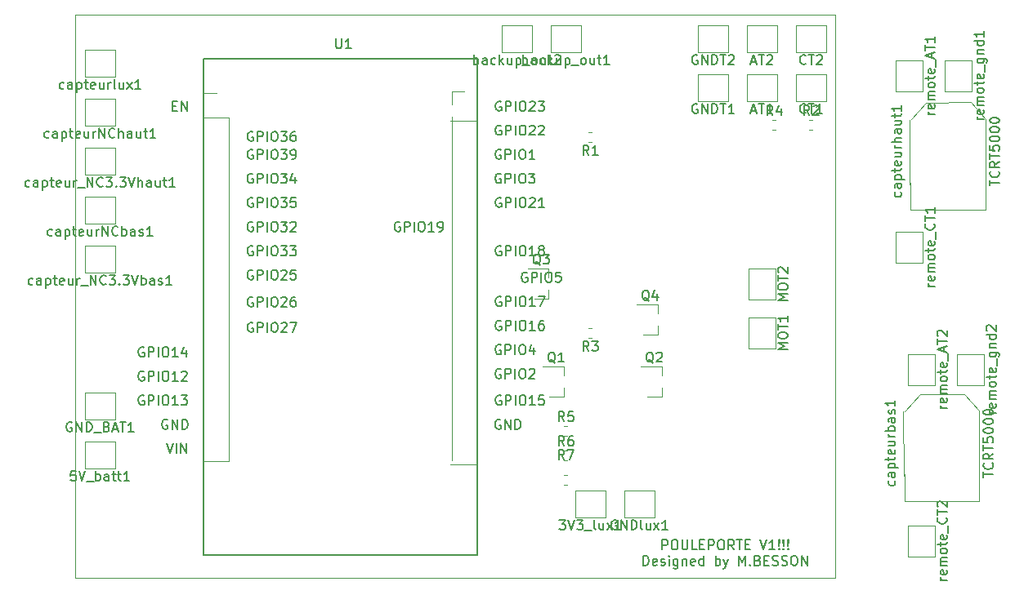
<source format=gbr>
G04 #@! TF.GenerationSoftware,KiCad,Pcbnew,(5.1.0)-1*
G04 #@! TF.CreationDate,2019-07-09T21:44:00+02:00*
G04 #@! TF.ProjectId,PP,50502e6b-6963-4616-945f-706362585858,rev?*
G04 #@! TF.SameCoordinates,Original*
G04 #@! TF.FileFunction,Legend,Top*
G04 #@! TF.FilePolarity,Positive*
%FSLAX46Y46*%
G04 Gerber Fmt 4.6, Leading zero omitted, Abs format (unit mm)*
G04 Created by KiCad (PCBNEW (5.1.0)-1) date 2019-07-09 21:44:00*
%MOMM*%
%LPD*%
G04 APERTURE LIST*
%ADD10C,0.150000*%
%ADD11C,0.120000*%
G04 APERTURE END LIST*
D10*
X101426190Y-75827380D02*
X101426190Y-74827380D01*
X101807142Y-74827380D01*
X101902380Y-74875000D01*
X101950000Y-74922619D01*
X101997619Y-75017857D01*
X101997619Y-75160714D01*
X101950000Y-75255952D01*
X101902380Y-75303571D01*
X101807142Y-75351190D01*
X101426190Y-75351190D01*
X102616666Y-74827380D02*
X102807142Y-74827380D01*
X102902380Y-74875000D01*
X102997619Y-74970238D01*
X103045238Y-75160714D01*
X103045238Y-75494047D01*
X102997619Y-75684523D01*
X102902380Y-75779761D01*
X102807142Y-75827380D01*
X102616666Y-75827380D01*
X102521428Y-75779761D01*
X102426190Y-75684523D01*
X102378571Y-75494047D01*
X102378571Y-75160714D01*
X102426190Y-74970238D01*
X102521428Y-74875000D01*
X102616666Y-74827380D01*
X103473809Y-74827380D02*
X103473809Y-75636904D01*
X103521428Y-75732142D01*
X103569047Y-75779761D01*
X103664285Y-75827380D01*
X103854761Y-75827380D01*
X103950000Y-75779761D01*
X103997619Y-75732142D01*
X104045238Y-75636904D01*
X104045238Y-74827380D01*
X104997619Y-75827380D02*
X104521428Y-75827380D01*
X104521428Y-74827380D01*
X105330952Y-75303571D02*
X105664285Y-75303571D01*
X105807142Y-75827380D02*
X105330952Y-75827380D01*
X105330952Y-74827380D01*
X105807142Y-74827380D01*
X106235714Y-75827380D02*
X106235714Y-74827380D01*
X106616666Y-74827380D01*
X106711904Y-74875000D01*
X106759523Y-74922619D01*
X106807142Y-75017857D01*
X106807142Y-75160714D01*
X106759523Y-75255952D01*
X106711904Y-75303571D01*
X106616666Y-75351190D01*
X106235714Y-75351190D01*
X107426190Y-74827380D02*
X107616666Y-74827380D01*
X107711904Y-74875000D01*
X107807142Y-74970238D01*
X107854761Y-75160714D01*
X107854761Y-75494047D01*
X107807142Y-75684523D01*
X107711904Y-75779761D01*
X107616666Y-75827380D01*
X107426190Y-75827380D01*
X107330952Y-75779761D01*
X107235714Y-75684523D01*
X107188095Y-75494047D01*
X107188095Y-75160714D01*
X107235714Y-74970238D01*
X107330952Y-74875000D01*
X107426190Y-74827380D01*
X108854761Y-75827380D02*
X108521428Y-75351190D01*
X108283333Y-75827380D02*
X108283333Y-74827380D01*
X108664285Y-74827380D01*
X108759523Y-74875000D01*
X108807142Y-74922619D01*
X108854761Y-75017857D01*
X108854761Y-75160714D01*
X108807142Y-75255952D01*
X108759523Y-75303571D01*
X108664285Y-75351190D01*
X108283333Y-75351190D01*
X109140476Y-74827380D02*
X109711904Y-74827380D01*
X109426190Y-75827380D02*
X109426190Y-74827380D01*
X110045238Y-75303571D02*
X110378571Y-75303571D01*
X110521428Y-75827380D02*
X110045238Y-75827380D01*
X110045238Y-74827380D01*
X110521428Y-74827380D01*
X111569047Y-74827380D02*
X111902380Y-75827380D01*
X112235714Y-74827380D01*
X113092857Y-75827380D02*
X112521428Y-75827380D01*
X112807142Y-75827380D02*
X112807142Y-74827380D01*
X112711904Y-74970238D01*
X112616666Y-75065476D01*
X112521428Y-75113095D01*
X113521428Y-75732142D02*
X113569047Y-75779761D01*
X113521428Y-75827380D01*
X113473809Y-75779761D01*
X113521428Y-75732142D01*
X113521428Y-75827380D01*
X113521428Y-75446428D02*
X113473809Y-74875000D01*
X113521428Y-74827380D01*
X113569047Y-74875000D01*
X113521428Y-75446428D01*
X113521428Y-74827380D01*
X113997619Y-75732142D02*
X114045238Y-75779761D01*
X113997619Y-75827380D01*
X113950000Y-75779761D01*
X113997619Y-75732142D01*
X113997619Y-75827380D01*
X113997619Y-75446428D02*
X113950000Y-74875000D01*
X113997619Y-74827380D01*
X114045238Y-74875000D01*
X113997619Y-75446428D01*
X113997619Y-74827380D01*
X114473809Y-75732142D02*
X114521428Y-75779761D01*
X114473809Y-75827380D01*
X114426190Y-75779761D01*
X114473809Y-75732142D01*
X114473809Y-75827380D01*
X114473809Y-75446428D02*
X114426190Y-74875000D01*
X114473809Y-74827380D01*
X114521428Y-74875000D01*
X114473809Y-75446428D01*
X114473809Y-74827380D01*
X99473809Y-77477380D02*
X99473809Y-76477380D01*
X99711904Y-76477380D01*
X99854761Y-76525000D01*
X99950000Y-76620238D01*
X99997619Y-76715476D01*
X100045238Y-76905952D01*
X100045238Y-77048809D01*
X99997619Y-77239285D01*
X99950000Y-77334523D01*
X99854761Y-77429761D01*
X99711904Y-77477380D01*
X99473809Y-77477380D01*
X100854761Y-77429761D02*
X100759523Y-77477380D01*
X100569047Y-77477380D01*
X100473809Y-77429761D01*
X100426190Y-77334523D01*
X100426190Y-76953571D01*
X100473809Y-76858333D01*
X100569047Y-76810714D01*
X100759523Y-76810714D01*
X100854761Y-76858333D01*
X100902380Y-76953571D01*
X100902380Y-77048809D01*
X100426190Y-77144047D01*
X101283333Y-77429761D02*
X101378571Y-77477380D01*
X101569047Y-77477380D01*
X101664285Y-77429761D01*
X101711904Y-77334523D01*
X101711904Y-77286904D01*
X101664285Y-77191666D01*
X101569047Y-77144047D01*
X101426190Y-77144047D01*
X101330952Y-77096428D01*
X101283333Y-77001190D01*
X101283333Y-76953571D01*
X101330952Y-76858333D01*
X101426190Y-76810714D01*
X101569047Y-76810714D01*
X101664285Y-76858333D01*
X102140476Y-77477380D02*
X102140476Y-76810714D01*
X102140476Y-76477380D02*
X102092857Y-76525000D01*
X102140476Y-76572619D01*
X102188095Y-76525000D01*
X102140476Y-76477380D01*
X102140476Y-76572619D01*
X103045238Y-76810714D02*
X103045238Y-77620238D01*
X102997619Y-77715476D01*
X102950000Y-77763095D01*
X102854761Y-77810714D01*
X102711904Y-77810714D01*
X102616666Y-77763095D01*
X103045238Y-77429761D02*
X102950000Y-77477380D01*
X102759523Y-77477380D01*
X102664285Y-77429761D01*
X102616666Y-77382142D01*
X102569047Y-77286904D01*
X102569047Y-77001190D01*
X102616666Y-76905952D01*
X102664285Y-76858333D01*
X102759523Y-76810714D01*
X102950000Y-76810714D01*
X103045238Y-76858333D01*
X103521428Y-76810714D02*
X103521428Y-77477380D01*
X103521428Y-76905952D02*
X103569047Y-76858333D01*
X103664285Y-76810714D01*
X103807142Y-76810714D01*
X103902380Y-76858333D01*
X103950000Y-76953571D01*
X103950000Y-77477380D01*
X104807142Y-77429761D02*
X104711904Y-77477380D01*
X104521428Y-77477380D01*
X104426190Y-77429761D01*
X104378571Y-77334523D01*
X104378571Y-76953571D01*
X104426190Y-76858333D01*
X104521428Y-76810714D01*
X104711904Y-76810714D01*
X104807142Y-76858333D01*
X104854761Y-76953571D01*
X104854761Y-77048809D01*
X104378571Y-77144047D01*
X105711904Y-77477380D02*
X105711904Y-76477380D01*
X105711904Y-77429761D02*
X105616666Y-77477380D01*
X105426190Y-77477380D01*
X105330952Y-77429761D01*
X105283333Y-77382142D01*
X105235714Y-77286904D01*
X105235714Y-77001190D01*
X105283333Y-76905952D01*
X105330952Y-76858333D01*
X105426190Y-76810714D01*
X105616666Y-76810714D01*
X105711904Y-76858333D01*
X106950000Y-77477380D02*
X106950000Y-76477380D01*
X106950000Y-76858333D02*
X107045238Y-76810714D01*
X107235714Y-76810714D01*
X107330952Y-76858333D01*
X107378571Y-76905952D01*
X107426190Y-77001190D01*
X107426190Y-77286904D01*
X107378571Y-77382142D01*
X107330952Y-77429761D01*
X107235714Y-77477380D01*
X107045238Y-77477380D01*
X106950000Y-77429761D01*
X107759523Y-76810714D02*
X107997619Y-77477380D01*
X108235714Y-76810714D02*
X107997619Y-77477380D01*
X107902380Y-77715476D01*
X107854761Y-77763095D01*
X107759523Y-77810714D01*
X109378571Y-77477380D02*
X109378571Y-76477380D01*
X109711904Y-77191666D01*
X110045238Y-76477380D01*
X110045238Y-77477380D01*
X110521428Y-77382142D02*
X110569047Y-77429761D01*
X110521428Y-77477380D01*
X110473809Y-77429761D01*
X110521428Y-77382142D01*
X110521428Y-77477380D01*
X111330952Y-76953571D02*
X111473809Y-77001190D01*
X111521428Y-77048809D01*
X111569047Y-77144047D01*
X111569047Y-77286904D01*
X111521428Y-77382142D01*
X111473809Y-77429761D01*
X111378571Y-77477380D01*
X110997619Y-77477380D01*
X110997619Y-76477380D01*
X111330952Y-76477380D01*
X111426190Y-76525000D01*
X111473809Y-76572619D01*
X111521428Y-76667857D01*
X111521428Y-76763095D01*
X111473809Y-76858333D01*
X111426190Y-76905952D01*
X111330952Y-76953571D01*
X110997619Y-76953571D01*
X111997619Y-76953571D02*
X112330952Y-76953571D01*
X112473809Y-77477380D02*
X111997619Y-77477380D01*
X111997619Y-76477380D01*
X112473809Y-76477380D01*
X112854761Y-77429761D02*
X112997619Y-77477380D01*
X113235714Y-77477380D01*
X113330952Y-77429761D01*
X113378571Y-77382142D01*
X113426190Y-77286904D01*
X113426190Y-77191666D01*
X113378571Y-77096428D01*
X113330952Y-77048809D01*
X113235714Y-77001190D01*
X113045238Y-76953571D01*
X112950000Y-76905952D01*
X112902380Y-76858333D01*
X112854761Y-76763095D01*
X112854761Y-76667857D01*
X112902380Y-76572619D01*
X112950000Y-76525000D01*
X113045238Y-76477380D01*
X113283333Y-76477380D01*
X113426190Y-76525000D01*
X113807142Y-77429761D02*
X113950000Y-77477380D01*
X114188095Y-77477380D01*
X114283333Y-77429761D01*
X114330952Y-77382142D01*
X114378571Y-77286904D01*
X114378571Y-77191666D01*
X114330952Y-77096428D01*
X114283333Y-77048809D01*
X114188095Y-77001190D01*
X113997619Y-76953571D01*
X113902380Y-76905952D01*
X113854761Y-76858333D01*
X113807142Y-76763095D01*
X113807142Y-76667857D01*
X113854761Y-76572619D01*
X113902380Y-76525000D01*
X113997619Y-76477380D01*
X114235714Y-76477380D01*
X114378571Y-76525000D01*
X114997619Y-76477380D02*
X115188095Y-76477380D01*
X115283333Y-76525000D01*
X115378571Y-76620238D01*
X115426190Y-76810714D01*
X115426190Y-77144047D01*
X115378571Y-77334523D01*
X115283333Y-77429761D01*
X115188095Y-77477380D01*
X114997619Y-77477380D01*
X114902380Y-77429761D01*
X114807142Y-77334523D01*
X114759523Y-77144047D01*
X114759523Y-76810714D01*
X114807142Y-76620238D01*
X114902380Y-76525000D01*
X114997619Y-76477380D01*
X115854761Y-77477380D02*
X115854761Y-76477380D01*
X116426190Y-77477380D01*
X116426190Y-76477380D01*
D11*
X119380000Y-20320000D02*
X40640000Y-20320000D01*
X119380000Y-22860000D02*
X119380000Y-20320000D01*
X119380000Y-78740000D02*
X119380000Y-22860000D01*
X40640000Y-78740000D02*
X119380000Y-78740000D01*
X40640000Y-20320000D02*
X40640000Y-78740000D01*
X94142779Y-32510000D02*
X93817221Y-32510000D01*
X94142779Y-33530000D02*
X93817221Y-33530000D01*
X113160000Y-46690000D02*
X113160000Y-49890000D01*
X110360000Y-49890000D02*
X110360000Y-46690000D01*
X110360000Y-46690000D02*
X113160000Y-46690000D01*
X113160000Y-49890000D02*
X110360000Y-49890000D01*
X113160000Y-51740000D02*
X113160000Y-54940000D01*
X110360000Y-54940000D02*
X110360000Y-51740000D01*
X110360000Y-51740000D02*
X113160000Y-51740000D01*
X113160000Y-54940000D02*
X110360000Y-54940000D01*
X91268733Y-66550000D02*
X91611267Y-66550000D01*
X91268733Y-65530000D02*
X91611267Y-65530000D01*
X87960000Y-24260000D02*
X84760000Y-24260000D01*
X84760000Y-21460000D02*
X87960000Y-21460000D01*
X87960000Y-21460000D02*
X87960000Y-24260000D01*
X84760000Y-24260000D02*
X84760000Y-21460000D01*
X100660000Y-72520000D02*
X97460000Y-72520000D01*
X97460000Y-69720000D02*
X100660000Y-69720000D01*
X100660000Y-69720000D02*
X100660000Y-72520000D01*
X97460000Y-72520000D02*
X97460000Y-69720000D01*
X116677221Y-32260000D02*
X117002779Y-32260000D01*
X116677221Y-31240000D02*
X117002779Y-31240000D01*
X53894999Y-28450000D02*
X55224999Y-28450000D01*
X53894999Y-29780000D02*
X53894999Y-28450000D01*
X53894999Y-31050000D02*
X56554999Y-31050000D01*
X56554999Y-31050000D02*
X56554999Y-66670000D01*
X53894999Y-31050000D02*
X53894999Y-66670000D01*
X53894999Y-66670000D02*
X56554999Y-66670000D01*
X53894999Y-66670000D02*
X56554999Y-66670000D01*
X53894999Y-31050000D02*
X53894999Y-66670000D01*
X56554999Y-31050000D02*
X56554999Y-66670000D01*
X53894999Y-31050000D02*
X56554999Y-31050000D01*
X53894999Y-29780000D02*
X53894999Y-28450000D01*
X53894999Y-28450000D02*
X55224999Y-28450000D01*
X79594999Y-28350000D02*
X80924999Y-28350000D01*
X79594999Y-29680000D02*
X79594999Y-28350000D01*
X79494999Y-31350000D02*
X82154999Y-31350000D01*
X82154999Y-31350000D02*
X82154999Y-66970000D01*
X79594999Y-30950000D02*
X79594999Y-66570000D01*
X79494999Y-66970000D02*
X82154999Y-66970000D01*
X79494999Y-66970000D02*
X82154999Y-66970000D01*
X79594999Y-30950000D02*
X79594999Y-66570000D01*
X82154999Y-31350000D02*
X82154999Y-66970000D01*
X79494999Y-31350000D02*
X82154999Y-31350000D01*
X79594999Y-29680000D02*
X79594999Y-28350000D01*
X79594999Y-28350000D02*
X80924999Y-28350000D01*
D10*
X82224999Y-76380000D02*
X82224999Y-33380000D01*
X53924999Y-76380000D02*
X82224999Y-76380000D01*
X53924999Y-24980000D02*
X53924999Y-76380000D01*
X82224999Y-33480000D02*
X82224999Y-24930000D01*
X82224999Y-24880000D02*
X53874999Y-24880000D01*
D11*
X134750000Y-58750000D02*
X131950000Y-58750000D01*
X131950000Y-55550000D02*
X134750000Y-55550000D01*
X131950000Y-58750000D02*
X131950000Y-55550000D01*
X134750000Y-55550000D02*
X134750000Y-58750000D01*
X133480000Y-25070000D02*
X133480000Y-28270000D01*
X130680000Y-28270000D02*
X130680000Y-25070000D01*
X130680000Y-25070000D02*
X133480000Y-25070000D01*
X133480000Y-28270000D02*
X130680000Y-28270000D01*
X129670000Y-76530000D02*
X126870000Y-76530000D01*
X126870000Y-73330000D02*
X129670000Y-73330000D01*
X126870000Y-76530000D02*
X126870000Y-73330000D01*
X129670000Y-73330000D02*
X129670000Y-76530000D01*
X128400000Y-42850000D02*
X128400000Y-46050000D01*
X125600000Y-46050000D02*
X125600000Y-42850000D01*
X125600000Y-42850000D02*
X128400000Y-42850000D01*
X128400000Y-46050000D02*
X125600000Y-46050000D01*
X129670000Y-58750000D02*
X126870000Y-58750000D01*
X126870000Y-55550000D02*
X129670000Y-55550000D01*
X126870000Y-58750000D02*
X126870000Y-55550000D01*
X129670000Y-55550000D02*
X129670000Y-58750000D01*
X128400000Y-25070000D02*
X128400000Y-28270000D01*
X125600000Y-28270000D02*
X125600000Y-25070000D01*
X125600000Y-25070000D02*
X128400000Y-25070000D01*
X128400000Y-28270000D02*
X125600000Y-28270000D01*
X91268733Y-69090000D02*
X91611267Y-69090000D01*
X91268733Y-68070000D02*
X91611267Y-68070000D01*
X91268733Y-64010000D02*
X91611267Y-64010000D01*
X91268733Y-62990000D02*
X91611267Y-62990000D01*
X112867221Y-32260000D02*
X113192779Y-32260000D01*
X112867221Y-31240000D02*
X113192779Y-31240000D01*
X94142779Y-52830000D02*
X93817221Y-52830000D01*
X94142779Y-53850000D02*
X93817221Y-53850000D01*
X100930000Y-53570000D02*
X99470000Y-53570000D01*
X100930000Y-50410000D02*
X98770000Y-50410000D01*
X100930000Y-50410000D02*
X100930000Y-51340000D01*
X100930000Y-53570000D02*
X100930000Y-52640000D01*
X89660000Y-49840000D02*
X88200000Y-49840000D01*
X89660000Y-46680000D02*
X87500000Y-46680000D01*
X89660000Y-46680000D02*
X89660000Y-47610000D01*
X89660000Y-49840000D02*
X89660000Y-48910000D01*
X101360000Y-60000000D02*
X99900000Y-60000000D01*
X101360000Y-56840000D02*
X99200000Y-56840000D01*
X101360000Y-56840000D02*
X101360000Y-57770000D01*
X101360000Y-60000000D02*
X101360000Y-59070000D01*
X91200000Y-60000000D02*
X89740000Y-60000000D01*
X91200000Y-56840000D02*
X89040000Y-56840000D01*
X91200000Y-56840000D02*
X91200000Y-57770000D01*
X91200000Y-60000000D02*
X91200000Y-59070000D01*
X108280000Y-24260000D02*
X105080000Y-24260000D01*
X105080000Y-21460000D02*
X108280000Y-21460000D01*
X108280000Y-21460000D02*
X108280000Y-24260000D01*
X105080000Y-24260000D02*
X105080000Y-21460000D01*
X108280000Y-29340000D02*
X105080000Y-29340000D01*
X105080000Y-26540000D02*
X108280000Y-26540000D01*
X108280000Y-26540000D02*
X108280000Y-29340000D01*
X105080000Y-29340000D02*
X105080000Y-26540000D01*
X44780000Y-62360000D02*
X41580000Y-62360000D01*
X41580000Y-59560000D02*
X44780000Y-59560000D01*
X44780000Y-59560000D02*
X44780000Y-62360000D01*
X41580000Y-62360000D02*
X41580000Y-59560000D01*
X118440000Y-24260000D02*
X115240000Y-24260000D01*
X115240000Y-21460000D02*
X118440000Y-21460000D01*
X118440000Y-21460000D02*
X118440000Y-24260000D01*
X115240000Y-24260000D02*
X115240000Y-21460000D01*
X118440000Y-29340000D02*
X115240000Y-29340000D01*
X115240000Y-26540000D02*
X118440000Y-26540000D01*
X118440000Y-26540000D02*
X118440000Y-29340000D01*
X115240000Y-29340000D02*
X115240000Y-26540000D01*
X44780000Y-31880000D02*
X41580000Y-31880000D01*
X41580000Y-29080000D02*
X44780000Y-29080000D01*
X44780000Y-29080000D02*
X44780000Y-31880000D01*
X41580000Y-31880000D02*
X41580000Y-29080000D01*
X44780000Y-42040000D02*
X41580000Y-42040000D01*
X41580000Y-39240000D02*
X44780000Y-39240000D01*
X44780000Y-39240000D02*
X44780000Y-42040000D01*
X41580000Y-42040000D02*
X41580000Y-39240000D01*
X44780000Y-26800000D02*
X41580000Y-26800000D01*
X41580000Y-24000000D02*
X44780000Y-24000000D01*
X44780000Y-24000000D02*
X44780000Y-26800000D01*
X41580000Y-26800000D02*
X41580000Y-24000000D01*
X127170000Y-40550000D02*
X127170000Y-37770000D01*
X134890000Y-40550000D02*
X127170000Y-40550000D01*
X134890000Y-31150000D02*
X134890000Y-40550000D01*
X133400000Y-29420000D02*
X134890000Y-31150000D01*
X128780000Y-29460000D02*
X133400000Y-29420000D01*
X127210000Y-31190000D02*
X128780000Y-29460000D01*
X127090000Y-37920000D02*
X127050000Y-31230000D01*
X126450000Y-68190000D02*
X126410000Y-61500000D01*
X126570000Y-61460000D02*
X128140000Y-59730000D01*
X128140000Y-59730000D02*
X132760000Y-59690000D01*
X132760000Y-59690000D02*
X134250000Y-61420000D01*
X134250000Y-61420000D02*
X134250000Y-70820000D01*
X134250000Y-70820000D02*
X126530000Y-70820000D01*
X126530000Y-70820000D02*
X126530000Y-68040000D01*
X44780000Y-36960000D02*
X41580000Y-36960000D01*
X41580000Y-34160000D02*
X44780000Y-34160000D01*
X44780000Y-34160000D02*
X44780000Y-36960000D01*
X41580000Y-36960000D02*
X41580000Y-34160000D01*
X44780000Y-47120000D02*
X41580000Y-47120000D01*
X41580000Y-44320000D02*
X44780000Y-44320000D01*
X44780000Y-44320000D02*
X44780000Y-47120000D01*
X41580000Y-47120000D02*
X41580000Y-44320000D01*
X93040000Y-24260000D02*
X89840000Y-24260000D01*
X89840000Y-21460000D02*
X93040000Y-21460000D01*
X93040000Y-21460000D02*
X93040000Y-24260000D01*
X89840000Y-24260000D02*
X89840000Y-21460000D01*
X113360000Y-24260000D02*
X110160000Y-24260000D01*
X110160000Y-21460000D02*
X113360000Y-21460000D01*
X113360000Y-21460000D02*
X113360000Y-24260000D01*
X110160000Y-24260000D02*
X110160000Y-21460000D01*
X113360000Y-29340000D02*
X110160000Y-29340000D01*
X110160000Y-26540000D02*
X113360000Y-26540000D01*
X113360000Y-26540000D02*
X113360000Y-29340000D01*
X110160000Y-29340000D02*
X110160000Y-26540000D01*
X44780000Y-67440000D02*
X41580000Y-67440000D01*
X41580000Y-64640000D02*
X44780000Y-64640000D01*
X44780000Y-64640000D02*
X44780000Y-67440000D01*
X41580000Y-67440000D02*
X41580000Y-64640000D01*
X95580000Y-72520000D02*
X92380000Y-72520000D01*
X92380000Y-69720000D02*
X95580000Y-69720000D01*
X95580000Y-69720000D02*
X95580000Y-72520000D01*
X92380000Y-72520000D02*
X92380000Y-69720000D01*
D10*
X93813333Y-34902380D02*
X93480000Y-34426190D01*
X93241904Y-34902380D02*
X93241904Y-33902380D01*
X93622857Y-33902380D01*
X93718095Y-33950000D01*
X93765714Y-33997619D01*
X93813333Y-34092857D01*
X93813333Y-34235714D01*
X93765714Y-34330952D01*
X93718095Y-34378571D01*
X93622857Y-34426190D01*
X93241904Y-34426190D01*
X94765714Y-34902380D02*
X94194285Y-34902380D01*
X94480000Y-34902380D02*
X94480000Y-33902380D01*
X94384761Y-34045238D01*
X94289523Y-34140476D01*
X94194285Y-34188095D01*
X114412380Y-50004285D02*
X113412380Y-50004285D01*
X114126666Y-49670952D01*
X113412380Y-49337619D01*
X114412380Y-49337619D01*
X113412380Y-48670952D02*
X113412380Y-48480476D01*
X113460000Y-48385238D01*
X113555238Y-48290000D01*
X113745714Y-48242380D01*
X114079047Y-48242380D01*
X114269523Y-48290000D01*
X114364761Y-48385238D01*
X114412380Y-48480476D01*
X114412380Y-48670952D01*
X114364761Y-48766190D01*
X114269523Y-48861428D01*
X114079047Y-48909047D01*
X113745714Y-48909047D01*
X113555238Y-48861428D01*
X113460000Y-48766190D01*
X113412380Y-48670952D01*
X113412380Y-47956666D02*
X113412380Y-47385238D01*
X114412380Y-47670952D02*
X113412380Y-47670952D01*
X113507619Y-47099523D02*
X113460000Y-47051904D01*
X113412380Y-46956666D01*
X113412380Y-46718571D01*
X113460000Y-46623333D01*
X113507619Y-46575714D01*
X113602857Y-46528095D01*
X113698095Y-46528095D01*
X113840952Y-46575714D01*
X114412380Y-47147142D01*
X114412380Y-46528095D01*
X114412380Y-55054285D02*
X113412380Y-55054285D01*
X114126666Y-54720952D01*
X113412380Y-54387619D01*
X114412380Y-54387619D01*
X113412380Y-53720952D02*
X113412380Y-53530476D01*
X113460000Y-53435238D01*
X113555238Y-53340000D01*
X113745714Y-53292380D01*
X114079047Y-53292380D01*
X114269523Y-53340000D01*
X114364761Y-53435238D01*
X114412380Y-53530476D01*
X114412380Y-53720952D01*
X114364761Y-53816190D01*
X114269523Y-53911428D01*
X114079047Y-53959047D01*
X113745714Y-53959047D01*
X113555238Y-53911428D01*
X113460000Y-53816190D01*
X113412380Y-53720952D01*
X113412380Y-53006666D02*
X113412380Y-52435238D01*
X114412380Y-52720952D02*
X113412380Y-52720952D01*
X114412380Y-51578095D02*
X114412380Y-52149523D01*
X114412380Y-51863809D02*
X113412380Y-51863809D01*
X113555238Y-51959047D01*
X113650476Y-52054285D01*
X113698095Y-52149523D01*
X91273333Y-65062380D02*
X90940000Y-64586190D01*
X90701904Y-65062380D02*
X90701904Y-64062380D01*
X91082857Y-64062380D01*
X91178095Y-64110000D01*
X91225714Y-64157619D01*
X91273333Y-64252857D01*
X91273333Y-64395714D01*
X91225714Y-64490952D01*
X91178095Y-64538571D01*
X91082857Y-64586190D01*
X90701904Y-64586190D01*
X92130476Y-64062380D02*
X91940000Y-64062380D01*
X91844761Y-64110000D01*
X91797142Y-64157619D01*
X91701904Y-64300476D01*
X91654285Y-64490952D01*
X91654285Y-64871904D01*
X91701904Y-64967142D01*
X91749523Y-65014761D01*
X91844761Y-65062380D01*
X92035238Y-65062380D01*
X92130476Y-65014761D01*
X92178095Y-64967142D01*
X92225714Y-64871904D01*
X92225714Y-64633809D01*
X92178095Y-64538571D01*
X92130476Y-64490952D01*
X92035238Y-64443333D01*
X91844761Y-64443333D01*
X91749523Y-64490952D01*
X91701904Y-64538571D01*
X91654285Y-64633809D01*
X81907619Y-25512380D02*
X81907619Y-24512380D01*
X81907619Y-24893333D02*
X82002857Y-24845714D01*
X82193333Y-24845714D01*
X82288571Y-24893333D01*
X82336190Y-24940952D01*
X82383809Y-25036190D01*
X82383809Y-25321904D01*
X82336190Y-25417142D01*
X82288571Y-25464761D01*
X82193333Y-25512380D01*
X82002857Y-25512380D01*
X81907619Y-25464761D01*
X83240952Y-25512380D02*
X83240952Y-24988571D01*
X83193333Y-24893333D01*
X83098095Y-24845714D01*
X82907619Y-24845714D01*
X82812380Y-24893333D01*
X83240952Y-25464761D02*
X83145714Y-25512380D01*
X82907619Y-25512380D01*
X82812380Y-25464761D01*
X82764761Y-25369523D01*
X82764761Y-25274285D01*
X82812380Y-25179047D01*
X82907619Y-25131428D01*
X83145714Y-25131428D01*
X83240952Y-25083809D01*
X84145714Y-25464761D02*
X84050476Y-25512380D01*
X83860000Y-25512380D01*
X83764761Y-25464761D01*
X83717142Y-25417142D01*
X83669523Y-25321904D01*
X83669523Y-25036190D01*
X83717142Y-24940952D01*
X83764761Y-24893333D01*
X83860000Y-24845714D01*
X84050476Y-24845714D01*
X84145714Y-24893333D01*
X84574285Y-25512380D02*
X84574285Y-24512380D01*
X84669523Y-25131428D02*
X84955238Y-25512380D01*
X84955238Y-24845714D02*
X84574285Y-25226666D01*
X85812380Y-24845714D02*
X85812380Y-25512380D01*
X85383809Y-24845714D02*
X85383809Y-25369523D01*
X85431428Y-25464761D01*
X85526666Y-25512380D01*
X85669523Y-25512380D01*
X85764761Y-25464761D01*
X85812380Y-25417142D01*
X86288571Y-24845714D02*
X86288571Y-25845714D01*
X86288571Y-24893333D02*
X86383809Y-24845714D01*
X86574285Y-24845714D01*
X86669523Y-24893333D01*
X86717142Y-24940952D01*
X86764761Y-25036190D01*
X86764761Y-25321904D01*
X86717142Y-25417142D01*
X86669523Y-25464761D01*
X86574285Y-25512380D01*
X86383809Y-25512380D01*
X86288571Y-25464761D01*
X86955238Y-25607619D02*
X87717142Y-25607619D01*
X88098095Y-25512380D02*
X88002857Y-25464761D01*
X87955238Y-25417142D01*
X87907619Y-25321904D01*
X87907619Y-25036190D01*
X87955238Y-24940952D01*
X88002857Y-24893333D01*
X88098095Y-24845714D01*
X88240952Y-24845714D01*
X88336190Y-24893333D01*
X88383809Y-24940952D01*
X88431428Y-25036190D01*
X88431428Y-25321904D01*
X88383809Y-25417142D01*
X88336190Y-25464761D01*
X88240952Y-25512380D01*
X88098095Y-25512380D01*
X89288571Y-24845714D02*
X89288571Y-25512380D01*
X88860000Y-24845714D02*
X88860000Y-25369523D01*
X88907619Y-25464761D01*
X89002857Y-25512380D01*
X89145714Y-25512380D01*
X89240952Y-25464761D01*
X89288571Y-25417142D01*
X89621904Y-24845714D02*
X90002857Y-24845714D01*
X89764761Y-24512380D02*
X89764761Y-25369523D01*
X89812380Y-25464761D01*
X89907619Y-25512380D01*
X90002857Y-25512380D01*
X90288571Y-24607619D02*
X90336190Y-24560000D01*
X90431428Y-24512380D01*
X90669523Y-24512380D01*
X90764761Y-24560000D01*
X90812380Y-24607619D01*
X90860000Y-24702857D01*
X90860000Y-24798095D01*
X90812380Y-24940952D01*
X90240952Y-25512380D01*
X90860000Y-25512380D01*
X96702857Y-72820000D02*
X96607619Y-72772380D01*
X96464761Y-72772380D01*
X96321904Y-72820000D01*
X96226666Y-72915238D01*
X96179047Y-73010476D01*
X96131428Y-73200952D01*
X96131428Y-73343809D01*
X96179047Y-73534285D01*
X96226666Y-73629523D01*
X96321904Y-73724761D01*
X96464761Y-73772380D01*
X96560000Y-73772380D01*
X96702857Y-73724761D01*
X96750476Y-73677142D01*
X96750476Y-73343809D01*
X96560000Y-73343809D01*
X97179047Y-73772380D02*
X97179047Y-72772380D01*
X97750476Y-73772380D01*
X97750476Y-72772380D01*
X98226666Y-73772380D02*
X98226666Y-72772380D01*
X98464761Y-72772380D01*
X98607619Y-72820000D01*
X98702857Y-72915238D01*
X98750476Y-73010476D01*
X98798095Y-73200952D01*
X98798095Y-73343809D01*
X98750476Y-73534285D01*
X98702857Y-73629523D01*
X98607619Y-73724761D01*
X98464761Y-73772380D01*
X98226666Y-73772380D01*
X99369523Y-73772380D02*
X99274285Y-73724761D01*
X99226666Y-73629523D01*
X99226666Y-72772380D01*
X100179047Y-73105714D02*
X100179047Y-73772380D01*
X99750476Y-73105714D02*
X99750476Y-73629523D01*
X99798095Y-73724761D01*
X99893333Y-73772380D01*
X100036190Y-73772380D01*
X100131428Y-73724761D01*
X100179047Y-73677142D01*
X100560000Y-73772380D02*
X101083809Y-73105714D01*
X100560000Y-73105714D02*
X101083809Y-73772380D01*
X101988571Y-73772380D02*
X101417142Y-73772380D01*
X101702857Y-73772380D02*
X101702857Y-72772380D01*
X101607619Y-72915238D01*
X101512380Y-73010476D01*
X101417142Y-73058095D01*
X116673333Y-30772380D02*
X116340000Y-30296190D01*
X116101904Y-30772380D02*
X116101904Y-29772380D01*
X116482857Y-29772380D01*
X116578095Y-29820000D01*
X116625714Y-29867619D01*
X116673333Y-29962857D01*
X116673333Y-30105714D01*
X116625714Y-30200952D01*
X116578095Y-30248571D01*
X116482857Y-30296190D01*
X116101904Y-30296190D01*
X117054285Y-29867619D02*
X117101904Y-29820000D01*
X117197142Y-29772380D01*
X117435238Y-29772380D01*
X117530476Y-29820000D01*
X117578095Y-29867619D01*
X117625714Y-29962857D01*
X117625714Y-30058095D01*
X117578095Y-30200952D01*
X117006666Y-30772380D01*
X117625714Y-30772380D01*
X67613094Y-22832380D02*
X67613094Y-23641904D01*
X67660713Y-23737142D01*
X67708332Y-23784761D01*
X67803570Y-23832380D01*
X67994046Y-23832380D01*
X68089284Y-23784761D01*
X68136903Y-23737142D01*
X68184522Y-23641904D01*
X68184522Y-22832380D01*
X69184522Y-23832380D02*
X68613094Y-23832380D01*
X68898808Y-23832380D02*
X68898808Y-22832380D01*
X68803570Y-22975238D01*
X68708332Y-23070476D01*
X68613094Y-23118095D01*
X50686903Y-29808571D02*
X51020237Y-29808571D01*
X51163094Y-30332380D02*
X50686903Y-30332380D01*
X50686903Y-29332380D01*
X51163094Y-29332380D01*
X51591665Y-30332380D02*
X51591665Y-29332380D01*
X52163094Y-30332380D01*
X52163094Y-29332380D01*
X59007619Y-32520000D02*
X58912380Y-32472380D01*
X58769523Y-32472380D01*
X58626666Y-32520000D01*
X58531428Y-32615238D01*
X58483809Y-32710476D01*
X58436190Y-32900952D01*
X58436190Y-33043809D01*
X58483809Y-33234285D01*
X58531428Y-33329523D01*
X58626666Y-33424761D01*
X58769523Y-33472380D01*
X58864761Y-33472380D01*
X59007619Y-33424761D01*
X59055238Y-33377142D01*
X59055238Y-33043809D01*
X58864761Y-33043809D01*
X59483809Y-33472380D02*
X59483809Y-32472380D01*
X59864761Y-32472380D01*
X59960000Y-32520000D01*
X60007619Y-32567619D01*
X60055238Y-32662857D01*
X60055238Y-32805714D01*
X60007619Y-32900952D01*
X59960000Y-32948571D01*
X59864761Y-32996190D01*
X59483809Y-32996190D01*
X60483809Y-33472380D02*
X60483809Y-32472380D01*
X61150476Y-32472380D02*
X61340952Y-32472380D01*
X61436190Y-32520000D01*
X61531428Y-32615238D01*
X61579047Y-32805714D01*
X61579047Y-33139047D01*
X61531428Y-33329523D01*
X61436190Y-33424761D01*
X61340952Y-33472380D01*
X61150476Y-33472380D01*
X61055238Y-33424761D01*
X60960000Y-33329523D01*
X60912380Y-33139047D01*
X60912380Y-32805714D01*
X60960000Y-32615238D01*
X61055238Y-32520000D01*
X61150476Y-32472380D01*
X61912380Y-32472380D02*
X62531428Y-32472380D01*
X62198095Y-32853333D01*
X62340952Y-32853333D01*
X62436190Y-32900952D01*
X62483809Y-32948571D01*
X62531428Y-33043809D01*
X62531428Y-33281904D01*
X62483809Y-33377142D01*
X62436190Y-33424761D01*
X62340952Y-33472380D01*
X62055238Y-33472380D01*
X61960000Y-33424761D01*
X61912380Y-33377142D01*
X63388571Y-32472380D02*
X63198095Y-32472380D01*
X63102857Y-32520000D01*
X63055238Y-32567619D01*
X62960000Y-32710476D01*
X62912380Y-32900952D01*
X62912380Y-33281904D01*
X62960000Y-33377142D01*
X63007619Y-33424761D01*
X63102857Y-33472380D01*
X63293333Y-33472380D01*
X63388571Y-33424761D01*
X63436190Y-33377142D01*
X63483809Y-33281904D01*
X63483809Y-33043809D01*
X63436190Y-32948571D01*
X63388571Y-32900952D01*
X63293333Y-32853333D01*
X63102857Y-32853333D01*
X63007619Y-32900952D01*
X62960000Y-32948571D01*
X62912380Y-33043809D01*
X59007619Y-34380000D02*
X58912380Y-34332380D01*
X58769523Y-34332380D01*
X58626666Y-34380000D01*
X58531428Y-34475238D01*
X58483809Y-34570476D01*
X58436190Y-34760952D01*
X58436190Y-34903809D01*
X58483809Y-35094285D01*
X58531428Y-35189523D01*
X58626666Y-35284761D01*
X58769523Y-35332380D01*
X58864761Y-35332380D01*
X59007619Y-35284761D01*
X59055238Y-35237142D01*
X59055238Y-34903809D01*
X58864761Y-34903809D01*
X59483809Y-35332380D02*
X59483809Y-34332380D01*
X59864761Y-34332380D01*
X59960000Y-34380000D01*
X60007619Y-34427619D01*
X60055238Y-34522857D01*
X60055238Y-34665714D01*
X60007619Y-34760952D01*
X59960000Y-34808571D01*
X59864761Y-34856190D01*
X59483809Y-34856190D01*
X60483809Y-35332380D02*
X60483809Y-34332380D01*
X61150476Y-34332380D02*
X61340952Y-34332380D01*
X61436190Y-34380000D01*
X61531428Y-34475238D01*
X61579047Y-34665714D01*
X61579047Y-34999047D01*
X61531428Y-35189523D01*
X61436190Y-35284761D01*
X61340952Y-35332380D01*
X61150476Y-35332380D01*
X61055238Y-35284761D01*
X60960000Y-35189523D01*
X60912380Y-34999047D01*
X60912380Y-34665714D01*
X60960000Y-34475238D01*
X61055238Y-34380000D01*
X61150476Y-34332380D01*
X61912380Y-34332380D02*
X62531428Y-34332380D01*
X62198095Y-34713333D01*
X62340952Y-34713333D01*
X62436190Y-34760952D01*
X62483809Y-34808571D01*
X62531428Y-34903809D01*
X62531428Y-35141904D01*
X62483809Y-35237142D01*
X62436190Y-35284761D01*
X62340952Y-35332380D01*
X62055238Y-35332380D01*
X61960000Y-35284761D01*
X61912380Y-35237142D01*
X63007619Y-35332380D02*
X63198095Y-35332380D01*
X63293333Y-35284761D01*
X63340952Y-35237142D01*
X63436190Y-35094285D01*
X63483809Y-34903809D01*
X63483809Y-34522857D01*
X63436190Y-34427619D01*
X63388571Y-34380000D01*
X63293333Y-34332380D01*
X63102857Y-34332380D01*
X63007619Y-34380000D01*
X62960000Y-34427619D01*
X62912380Y-34522857D01*
X62912380Y-34760952D01*
X62960000Y-34856190D01*
X63007619Y-34903809D01*
X63102857Y-34951428D01*
X63293333Y-34951428D01*
X63388571Y-34903809D01*
X63436190Y-34856190D01*
X63483809Y-34760952D01*
X59007619Y-36880000D02*
X58912380Y-36832380D01*
X58769523Y-36832380D01*
X58626666Y-36880000D01*
X58531428Y-36975238D01*
X58483809Y-37070476D01*
X58436190Y-37260952D01*
X58436190Y-37403809D01*
X58483809Y-37594285D01*
X58531428Y-37689523D01*
X58626666Y-37784761D01*
X58769523Y-37832380D01*
X58864761Y-37832380D01*
X59007619Y-37784761D01*
X59055238Y-37737142D01*
X59055238Y-37403809D01*
X58864761Y-37403809D01*
X59483809Y-37832380D02*
X59483809Y-36832380D01*
X59864761Y-36832380D01*
X59960000Y-36880000D01*
X60007619Y-36927619D01*
X60055238Y-37022857D01*
X60055238Y-37165714D01*
X60007619Y-37260952D01*
X59960000Y-37308571D01*
X59864761Y-37356190D01*
X59483809Y-37356190D01*
X60483809Y-37832380D02*
X60483809Y-36832380D01*
X61150476Y-36832380D02*
X61340952Y-36832380D01*
X61436190Y-36880000D01*
X61531428Y-36975238D01*
X61579047Y-37165714D01*
X61579047Y-37499047D01*
X61531428Y-37689523D01*
X61436190Y-37784761D01*
X61340952Y-37832380D01*
X61150476Y-37832380D01*
X61055238Y-37784761D01*
X60960000Y-37689523D01*
X60912380Y-37499047D01*
X60912380Y-37165714D01*
X60960000Y-36975238D01*
X61055238Y-36880000D01*
X61150476Y-36832380D01*
X61912380Y-36832380D02*
X62531428Y-36832380D01*
X62198095Y-37213333D01*
X62340952Y-37213333D01*
X62436190Y-37260952D01*
X62483809Y-37308571D01*
X62531428Y-37403809D01*
X62531428Y-37641904D01*
X62483809Y-37737142D01*
X62436190Y-37784761D01*
X62340952Y-37832380D01*
X62055238Y-37832380D01*
X61960000Y-37784761D01*
X61912380Y-37737142D01*
X63388571Y-37165714D02*
X63388571Y-37832380D01*
X63150476Y-36784761D02*
X62912380Y-37499047D01*
X63531428Y-37499047D01*
X59007619Y-39380000D02*
X58912380Y-39332380D01*
X58769523Y-39332380D01*
X58626666Y-39380000D01*
X58531428Y-39475238D01*
X58483809Y-39570476D01*
X58436190Y-39760952D01*
X58436190Y-39903809D01*
X58483809Y-40094285D01*
X58531428Y-40189523D01*
X58626666Y-40284761D01*
X58769523Y-40332380D01*
X58864761Y-40332380D01*
X59007619Y-40284761D01*
X59055238Y-40237142D01*
X59055238Y-39903809D01*
X58864761Y-39903809D01*
X59483809Y-40332380D02*
X59483809Y-39332380D01*
X59864761Y-39332380D01*
X59960000Y-39380000D01*
X60007619Y-39427619D01*
X60055238Y-39522857D01*
X60055238Y-39665714D01*
X60007619Y-39760952D01*
X59960000Y-39808571D01*
X59864761Y-39856190D01*
X59483809Y-39856190D01*
X60483809Y-40332380D02*
X60483809Y-39332380D01*
X61150476Y-39332380D02*
X61340952Y-39332380D01*
X61436190Y-39380000D01*
X61531428Y-39475238D01*
X61579047Y-39665714D01*
X61579047Y-39999047D01*
X61531428Y-40189523D01*
X61436190Y-40284761D01*
X61340952Y-40332380D01*
X61150476Y-40332380D01*
X61055238Y-40284761D01*
X60960000Y-40189523D01*
X60912380Y-39999047D01*
X60912380Y-39665714D01*
X60960000Y-39475238D01*
X61055238Y-39380000D01*
X61150476Y-39332380D01*
X61912380Y-39332380D02*
X62531428Y-39332380D01*
X62198095Y-39713333D01*
X62340952Y-39713333D01*
X62436190Y-39760952D01*
X62483809Y-39808571D01*
X62531428Y-39903809D01*
X62531428Y-40141904D01*
X62483809Y-40237142D01*
X62436190Y-40284761D01*
X62340952Y-40332380D01*
X62055238Y-40332380D01*
X61960000Y-40284761D01*
X61912380Y-40237142D01*
X63436190Y-39332380D02*
X62960000Y-39332380D01*
X62912380Y-39808571D01*
X62960000Y-39760952D01*
X63055238Y-39713333D01*
X63293333Y-39713333D01*
X63388571Y-39760952D01*
X63436190Y-39808571D01*
X63483809Y-39903809D01*
X63483809Y-40141904D01*
X63436190Y-40237142D01*
X63388571Y-40284761D01*
X63293333Y-40332380D01*
X63055238Y-40332380D01*
X62960000Y-40284761D01*
X62912380Y-40237142D01*
X59007619Y-41880000D02*
X58912380Y-41832380D01*
X58769523Y-41832380D01*
X58626666Y-41880000D01*
X58531428Y-41975238D01*
X58483809Y-42070476D01*
X58436190Y-42260952D01*
X58436190Y-42403809D01*
X58483809Y-42594285D01*
X58531428Y-42689523D01*
X58626666Y-42784761D01*
X58769523Y-42832380D01*
X58864761Y-42832380D01*
X59007619Y-42784761D01*
X59055238Y-42737142D01*
X59055238Y-42403809D01*
X58864761Y-42403809D01*
X59483809Y-42832380D02*
X59483809Y-41832380D01*
X59864761Y-41832380D01*
X59960000Y-41880000D01*
X60007619Y-41927619D01*
X60055238Y-42022857D01*
X60055238Y-42165714D01*
X60007619Y-42260952D01*
X59960000Y-42308571D01*
X59864761Y-42356190D01*
X59483809Y-42356190D01*
X60483809Y-42832380D02*
X60483809Y-41832380D01*
X61150476Y-41832380D02*
X61340952Y-41832380D01*
X61436190Y-41880000D01*
X61531428Y-41975238D01*
X61579047Y-42165714D01*
X61579047Y-42499047D01*
X61531428Y-42689523D01*
X61436190Y-42784761D01*
X61340952Y-42832380D01*
X61150476Y-42832380D01*
X61055238Y-42784761D01*
X60960000Y-42689523D01*
X60912380Y-42499047D01*
X60912380Y-42165714D01*
X60960000Y-41975238D01*
X61055238Y-41880000D01*
X61150476Y-41832380D01*
X61912380Y-41832380D02*
X62531428Y-41832380D01*
X62198095Y-42213333D01*
X62340952Y-42213333D01*
X62436190Y-42260952D01*
X62483809Y-42308571D01*
X62531428Y-42403809D01*
X62531428Y-42641904D01*
X62483809Y-42737142D01*
X62436190Y-42784761D01*
X62340952Y-42832380D01*
X62055238Y-42832380D01*
X61960000Y-42784761D01*
X61912380Y-42737142D01*
X62912380Y-41927619D02*
X62960000Y-41880000D01*
X63055238Y-41832380D01*
X63293333Y-41832380D01*
X63388571Y-41880000D01*
X63436190Y-41927619D01*
X63483809Y-42022857D01*
X63483809Y-42118095D01*
X63436190Y-42260952D01*
X62864761Y-42832380D01*
X63483809Y-42832380D01*
X59007619Y-44380000D02*
X58912380Y-44332380D01*
X58769523Y-44332380D01*
X58626666Y-44380000D01*
X58531428Y-44475238D01*
X58483809Y-44570476D01*
X58436190Y-44760952D01*
X58436190Y-44903809D01*
X58483809Y-45094285D01*
X58531428Y-45189523D01*
X58626666Y-45284761D01*
X58769523Y-45332380D01*
X58864761Y-45332380D01*
X59007619Y-45284761D01*
X59055238Y-45237142D01*
X59055238Y-44903809D01*
X58864761Y-44903809D01*
X59483809Y-45332380D02*
X59483809Y-44332380D01*
X59864761Y-44332380D01*
X59960000Y-44380000D01*
X60007619Y-44427619D01*
X60055238Y-44522857D01*
X60055238Y-44665714D01*
X60007619Y-44760952D01*
X59960000Y-44808571D01*
X59864761Y-44856190D01*
X59483809Y-44856190D01*
X60483809Y-45332380D02*
X60483809Y-44332380D01*
X61150476Y-44332380D02*
X61340952Y-44332380D01*
X61436190Y-44380000D01*
X61531428Y-44475238D01*
X61579047Y-44665714D01*
X61579047Y-44999047D01*
X61531428Y-45189523D01*
X61436190Y-45284761D01*
X61340952Y-45332380D01*
X61150476Y-45332380D01*
X61055238Y-45284761D01*
X60960000Y-45189523D01*
X60912380Y-44999047D01*
X60912380Y-44665714D01*
X60960000Y-44475238D01*
X61055238Y-44380000D01*
X61150476Y-44332380D01*
X61912380Y-44332380D02*
X62531428Y-44332380D01*
X62198095Y-44713333D01*
X62340952Y-44713333D01*
X62436190Y-44760952D01*
X62483809Y-44808571D01*
X62531428Y-44903809D01*
X62531428Y-45141904D01*
X62483809Y-45237142D01*
X62436190Y-45284761D01*
X62340952Y-45332380D01*
X62055238Y-45332380D01*
X61960000Y-45284761D01*
X61912380Y-45237142D01*
X62864761Y-44332380D02*
X63483809Y-44332380D01*
X63150476Y-44713333D01*
X63293333Y-44713333D01*
X63388571Y-44760952D01*
X63436190Y-44808571D01*
X63483809Y-44903809D01*
X63483809Y-45141904D01*
X63436190Y-45237142D01*
X63388571Y-45284761D01*
X63293333Y-45332380D01*
X63007619Y-45332380D01*
X62912380Y-45284761D01*
X62864761Y-45237142D01*
X59007619Y-46880000D02*
X58912380Y-46832380D01*
X58769523Y-46832380D01*
X58626666Y-46880000D01*
X58531428Y-46975238D01*
X58483809Y-47070476D01*
X58436190Y-47260952D01*
X58436190Y-47403809D01*
X58483809Y-47594285D01*
X58531428Y-47689523D01*
X58626666Y-47784761D01*
X58769523Y-47832380D01*
X58864761Y-47832380D01*
X59007619Y-47784761D01*
X59055238Y-47737142D01*
X59055238Y-47403809D01*
X58864761Y-47403809D01*
X59483809Y-47832380D02*
X59483809Y-46832380D01*
X59864761Y-46832380D01*
X59960000Y-46880000D01*
X60007619Y-46927619D01*
X60055238Y-47022857D01*
X60055238Y-47165714D01*
X60007619Y-47260952D01*
X59960000Y-47308571D01*
X59864761Y-47356190D01*
X59483809Y-47356190D01*
X60483809Y-47832380D02*
X60483809Y-46832380D01*
X61150476Y-46832380D02*
X61340952Y-46832380D01*
X61436190Y-46880000D01*
X61531428Y-46975238D01*
X61579047Y-47165714D01*
X61579047Y-47499047D01*
X61531428Y-47689523D01*
X61436190Y-47784761D01*
X61340952Y-47832380D01*
X61150476Y-47832380D01*
X61055238Y-47784761D01*
X60960000Y-47689523D01*
X60912380Y-47499047D01*
X60912380Y-47165714D01*
X60960000Y-46975238D01*
X61055238Y-46880000D01*
X61150476Y-46832380D01*
X61960000Y-46927619D02*
X62007619Y-46880000D01*
X62102857Y-46832380D01*
X62340952Y-46832380D01*
X62436190Y-46880000D01*
X62483809Y-46927619D01*
X62531428Y-47022857D01*
X62531428Y-47118095D01*
X62483809Y-47260952D01*
X61912380Y-47832380D01*
X62531428Y-47832380D01*
X63436190Y-46832380D02*
X62960000Y-46832380D01*
X62912380Y-47308571D01*
X62960000Y-47260952D01*
X63055238Y-47213333D01*
X63293333Y-47213333D01*
X63388571Y-47260952D01*
X63436190Y-47308571D01*
X63483809Y-47403809D01*
X63483809Y-47641904D01*
X63436190Y-47737142D01*
X63388571Y-47784761D01*
X63293333Y-47832380D01*
X63055238Y-47832380D01*
X62960000Y-47784761D01*
X62912380Y-47737142D01*
X59007619Y-49680000D02*
X58912380Y-49632380D01*
X58769523Y-49632380D01*
X58626666Y-49680000D01*
X58531428Y-49775238D01*
X58483809Y-49870476D01*
X58436190Y-50060952D01*
X58436190Y-50203809D01*
X58483809Y-50394285D01*
X58531428Y-50489523D01*
X58626666Y-50584761D01*
X58769523Y-50632380D01*
X58864761Y-50632380D01*
X59007619Y-50584761D01*
X59055238Y-50537142D01*
X59055238Y-50203809D01*
X58864761Y-50203809D01*
X59483809Y-50632380D02*
X59483809Y-49632380D01*
X59864761Y-49632380D01*
X59960000Y-49680000D01*
X60007619Y-49727619D01*
X60055238Y-49822857D01*
X60055238Y-49965714D01*
X60007619Y-50060952D01*
X59960000Y-50108571D01*
X59864761Y-50156190D01*
X59483809Y-50156190D01*
X60483809Y-50632380D02*
X60483809Y-49632380D01*
X61150476Y-49632380D02*
X61340952Y-49632380D01*
X61436190Y-49680000D01*
X61531428Y-49775238D01*
X61579047Y-49965714D01*
X61579047Y-50299047D01*
X61531428Y-50489523D01*
X61436190Y-50584761D01*
X61340952Y-50632380D01*
X61150476Y-50632380D01*
X61055238Y-50584761D01*
X60960000Y-50489523D01*
X60912380Y-50299047D01*
X60912380Y-49965714D01*
X60960000Y-49775238D01*
X61055238Y-49680000D01*
X61150476Y-49632380D01*
X61960000Y-49727619D02*
X62007619Y-49680000D01*
X62102857Y-49632380D01*
X62340952Y-49632380D01*
X62436190Y-49680000D01*
X62483809Y-49727619D01*
X62531428Y-49822857D01*
X62531428Y-49918095D01*
X62483809Y-50060952D01*
X61912380Y-50632380D01*
X62531428Y-50632380D01*
X63388571Y-49632380D02*
X63198095Y-49632380D01*
X63102857Y-49680000D01*
X63055238Y-49727619D01*
X62960000Y-49870476D01*
X62912380Y-50060952D01*
X62912380Y-50441904D01*
X62960000Y-50537142D01*
X63007619Y-50584761D01*
X63102857Y-50632380D01*
X63293333Y-50632380D01*
X63388571Y-50584761D01*
X63436190Y-50537142D01*
X63483809Y-50441904D01*
X63483809Y-50203809D01*
X63436190Y-50108571D01*
X63388571Y-50060952D01*
X63293333Y-50013333D01*
X63102857Y-50013333D01*
X63007619Y-50060952D01*
X62960000Y-50108571D01*
X62912380Y-50203809D01*
X59007619Y-52330000D02*
X58912380Y-52282380D01*
X58769523Y-52282380D01*
X58626666Y-52330000D01*
X58531428Y-52425238D01*
X58483809Y-52520476D01*
X58436190Y-52710952D01*
X58436190Y-52853809D01*
X58483809Y-53044285D01*
X58531428Y-53139523D01*
X58626666Y-53234761D01*
X58769523Y-53282380D01*
X58864761Y-53282380D01*
X59007619Y-53234761D01*
X59055238Y-53187142D01*
X59055238Y-52853809D01*
X58864761Y-52853809D01*
X59483809Y-53282380D02*
X59483809Y-52282380D01*
X59864761Y-52282380D01*
X59960000Y-52330000D01*
X60007619Y-52377619D01*
X60055238Y-52472857D01*
X60055238Y-52615714D01*
X60007619Y-52710952D01*
X59960000Y-52758571D01*
X59864761Y-52806190D01*
X59483809Y-52806190D01*
X60483809Y-53282380D02*
X60483809Y-52282380D01*
X61150476Y-52282380D02*
X61340952Y-52282380D01*
X61436190Y-52330000D01*
X61531428Y-52425238D01*
X61579047Y-52615714D01*
X61579047Y-52949047D01*
X61531428Y-53139523D01*
X61436190Y-53234761D01*
X61340952Y-53282380D01*
X61150476Y-53282380D01*
X61055238Y-53234761D01*
X60960000Y-53139523D01*
X60912380Y-52949047D01*
X60912380Y-52615714D01*
X60960000Y-52425238D01*
X61055238Y-52330000D01*
X61150476Y-52282380D01*
X61960000Y-52377619D02*
X62007619Y-52330000D01*
X62102857Y-52282380D01*
X62340952Y-52282380D01*
X62436190Y-52330000D01*
X62483809Y-52377619D01*
X62531428Y-52472857D01*
X62531428Y-52568095D01*
X62483809Y-52710952D01*
X61912380Y-53282380D01*
X62531428Y-53282380D01*
X62864761Y-52282380D02*
X63531428Y-52282380D01*
X63102857Y-53282380D01*
X47722618Y-54880000D02*
X47627379Y-54832380D01*
X47484522Y-54832380D01*
X47341665Y-54880000D01*
X47246427Y-54975238D01*
X47198808Y-55070476D01*
X47151189Y-55260952D01*
X47151189Y-55403809D01*
X47198808Y-55594285D01*
X47246427Y-55689523D01*
X47341665Y-55784761D01*
X47484522Y-55832380D01*
X47579760Y-55832380D01*
X47722618Y-55784761D01*
X47770237Y-55737142D01*
X47770237Y-55403809D01*
X47579760Y-55403809D01*
X48198808Y-55832380D02*
X48198808Y-54832380D01*
X48579760Y-54832380D01*
X48674999Y-54880000D01*
X48722618Y-54927619D01*
X48770237Y-55022857D01*
X48770237Y-55165714D01*
X48722618Y-55260952D01*
X48674999Y-55308571D01*
X48579760Y-55356190D01*
X48198808Y-55356190D01*
X49198808Y-55832380D02*
X49198808Y-54832380D01*
X49865475Y-54832380D02*
X50055951Y-54832380D01*
X50151189Y-54880000D01*
X50246427Y-54975238D01*
X50294046Y-55165714D01*
X50294046Y-55499047D01*
X50246427Y-55689523D01*
X50151189Y-55784761D01*
X50055951Y-55832380D01*
X49865475Y-55832380D01*
X49770237Y-55784761D01*
X49674999Y-55689523D01*
X49627379Y-55499047D01*
X49627379Y-55165714D01*
X49674999Y-54975238D01*
X49770237Y-54880000D01*
X49865475Y-54832380D01*
X51246427Y-55832380D02*
X50674999Y-55832380D01*
X50960713Y-55832380D02*
X50960713Y-54832380D01*
X50865475Y-54975238D01*
X50770237Y-55070476D01*
X50674999Y-55118095D01*
X52103570Y-55165714D02*
X52103570Y-55832380D01*
X51865475Y-54784761D02*
X51627379Y-55499047D01*
X52246427Y-55499047D01*
X47722618Y-57380000D02*
X47627379Y-57332380D01*
X47484522Y-57332380D01*
X47341665Y-57380000D01*
X47246427Y-57475238D01*
X47198808Y-57570476D01*
X47151189Y-57760952D01*
X47151189Y-57903809D01*
X47198808Y-58094285D01*
X47246427Y-58189523D01*
X47341665Y-58284761D01*
X47484522Y-58332380D01*
X47579760Y-58332380D01*
X47722618Y-58284761D01*
X47770237Y-58237142D01*
X47770237Y-57903809D01*
X47579760Y-57903809D01*
X48198808Y-58332380D02*
X48198808Y-57332380D01*
X48579760Y-57332380D01*
X48674999Y-57380000D01*
X48722618Y-57427619D01*
X48770237Y-57522857D01*
X48770237Y-57665714D01*
X48722618Y-57760952D01*
X48674999Y-57808571D01*
X48579760Y-57856190D01*
X48198808Y-57856190D01*
X49198808Y-58332380D02*
X49198808Y-57332380D01*
X49865475Y-57332380D02*
X50055951Y-57332380D01*
X50151189Y-57380000D01*
X50246427Y-57475238D01*
X50294046Y-57665714D01*
X50294046Y-57999047D01*
X50246427Y-58189523D01*
X50151189Y-58284761D01*
X50055951Y-58332380D01*
X49865475Y-58332380D01*
X49770237Y-58284761D01*
X49674999Y-58189523D01*
X49627379Y-57999047D01*
X49627379Y-57665714D01*
X49674999Y-57475238D01*
X49770237Y-57380000D01*
X49865475Y-57332380D01*
X51246427Y-58332380D02*
X50674999Y-58332380D01*
X50960713Y-58332380D02*
X50960713Y-57332380D01*
X50865475Y-57475238D01*
X50770237Y-57570476D01*
X50674999Y-57618095D01*
X51627379Y-57427619D02*
X51674999Y-57380000D01*
X51770237Y-57332380D01*
X52008332Y-57332380D01*
X52103570Y-57380000D01*
X52151189Y-57427619D01*
X52198808Y-57522857D01*
X52198808Y-57618095D01*
X52151189Y-57760952D01*
X51579760Y-58332380D01*
X52198808Y-58332380D01*
X47722618Y-59880000D02*
X47627379Y-59832380D01*
X47484522Y-59832380D01*
X47341665Y-59880000D01*
X47246427Y-59975238D01*
X47198808Y-60070476D01*
X47151189Y-60260952D01*
X47151189Y-60403809D01*
X47198808Y-60594285D01*
X47246427Y-60689523D01*
X47341665Y-60784761D01*
X47484522Y-60832380D01*
X47579760Y-60832380D01*
X47722618Y-60784761D01*
X47770237Y-60737142D01*
X47770237Y-60403809D01*
X47579760Y-60403809D01*
X48198808Y-60832380D02*
X48198808Y-59832380D01*
X48579760Y-59832380D01*
X48674999Y-59880000D01*
X48722618Y-59927619D01*
X48770237Y-60022857D01*
X48770237Y-60165714D01*
X48722618Y-60260952D01*
X48674999Y-60308571D01*
X48579760Y-60356190D01*
X48198808Y-60356190D01*
X49198808Y-60832380D02*
X49198808Y-59832380D01*
X49865475Y-59832380D02*
X50055951Y-59832380D01*
X50151189Y-59880000D01*
X50246427Y-59975238D01*
X50294046Y-60165714D01*
X50294046Y-60499047D01*
X50246427Y-60689523D01*
X50151189Y-60784761D01*
X50055951Y-60832380D01*
X49865475Y-60832380D01*
X49770237Y-60784761D01*
X49674999Y-60689523D01*
X49627379Y-60499047D01*
X49627379Y-60165714D01*
X49674999Y-59975238D01*
X49770237Y-59880000D01*
X49865475Y-59832380D01*
X51246427Y-60832380D02*
X50674999Y-60832380D01*
X50960713Y-60832380D02*
X50960713Y-59832380D01*
X50865475Y-59975238D01*
X50770237Y-60070476D01*
X50674999Y-60118095D01*
X51579760Y-59832380D02*
X52198808Y-59832380D01*
X51865475Y-60213333D01*
X52008332Y-60213333D01*
X52103570Y-60260952D01*
X52151189Y-60308571D01*
X52198808Y-60403809D01*
X52198808Y-60641904D01*
X52151189Y-60737142D01*
X52103570Y-60784761D01*
X52008332Y-60832380D01*
X51722618Y-60832380D01*
X51627379Y-60784761D01*
X51579760Y-60737142D01*
X50163094Y-62380000D02*
X50067856Y-62332380D01*
X49924999Y-62332380D01*
X49782141Y-62380000D01*
X49686903Y-62475238D01*
X49639284Y-62570476D01*
X49591665Y-62760952D01*
X49591665Y-62903809D01*
X49639284Y-63094285D01*
X49686903Y-63189523D01*
X49782141Y-63284761D01*
X49924999Y-63332380D01*
X50020237Y-63332380D01*
X50163094Y-63284761D01*
X50210713Y-63237142D01*
X50210713Y-62903809D01*
X50020237Y-62903809D01*
X50639284Y-63332380D02*
X50639284Y-62332380D01*
X51210713Y-63332380D01*
X51210713Y-62332380D01*
X51686903Y-63332380D02*
X51686903Y-62332380D01*
X51924999Y-62332380D01*
X52067856Y-62380000D01*
X52163094Y-62475238D01*
X52210713Y-62570476D01*
X52258332Y-62760952D01*
X52258332Y-62903809D01*
X52210713Y-63094285D01*
X52163094Y-63189523D01*
X52067856Y-63284761D01*
X51924999Y-63332380D01*
X51686903Y-63332380D01*
X84663094Y-62380000D02*
X84567856Y-62332380D01*
X84424999Y-62332380D01*
X84282141Y-62380000D01*
X84186903Y-62475238D01*
X84139284Y-62570476D01*
X84091665Y-62760952D01*
X84091665Y-62903809D01*
X84139284Y-63094285D01*
X84186903Y-63189523D01*
X84282141Y-63284761D01*
X84424999Y-63332380D01*
X84520237Y-63332380D01*
X84663094Y-63284761D01*
X84710713Y-63237142D01*
X84710713Y-62903809D01*
X84520237Y-62903809D01*
X85139284Y-63332380D02*
X85139284Y-62332380D01*
X85710713Y-63332380D01*
X85710713Y-62332380D01*
X86186903Y-63332380D02*
X86186903Y-62332380D01*
X86424999Y-62332380D01*
X86567856Y-62380000D01*
X86663094Y-62475238D01*
X86710713Y-62570476D01*
X86758332Y-62760952D01*
X86758332Y-62903809D01*
X86710713Y-63094285D01*
X86663094Y-63189523D01*
X86567856Y-63284761D01*
X86424999Y-63332380D01*
X86186903Y-63332380D01*
X50079760Y-64832380D02*
X50413094Y-65832380D01*
X50746427Y-64832380D01*
X51079760Y-65832380D02*
X51079760Y-64832380D01*
X51555951Y-65832380D02*
X51555951Y-64832380D01*
X52127379Y-65832380D01*
X52127379Y-64832380D01*
X84722618Y-59880000D02*
X84627379Y-59832380D01*
X84484522Y-59832380D01*
X84341665Y-59880000D01*
X84246427Y-59975238D01*
X84198808Y-60070476D01*
X84151189Y-60260952D01*
X84151189Y-60403809D01*
X84198808Y-60594285D01*
X84246427Y-60689523D01*
X84341665Y-60784761D01*
X84484522Y-60832380D01*
X84579760Y-60832380D01*
X84722618Y-60784761D01*
X84770237Y-60737142D01*
X84770237Y-60403809D01*
X84579760Y-60403809D01*
X85198808Y-60832380D02*
X85198808Y-59832380D01*
X85579760Y-59832380D01*
X85674999Y-59880000D01*
X85722618Y-59927619D01*
X85770237Y-60022857D01*
X85770237Y-60165714D01*
X85722618Y-60260952D01*
X85674999Y-60308571D01*
X85579760Y-60356190D01*
X85198808Y-60356190D01*
X86198808Y-60832380D02*
X86198808Y-59832380D01*
X86865475Y-59832380D02*
X87055951Y-59832380D01*
X87151189Y-59880000D01*
X87246427Y-59975238D01*
X87294046Y-60165714D01*
X87294046Y-60499047D01*
X87246427Y-60689523D01*
X87151189Y-60784761D01*
X87055951Y-60832380D01*
X86865475Y-60832380D01*
X86770237Y-60784761D01*
X86674999Y-60689523D01*
X86627379Y-60499047D01*
X86627379Y-60165714D01*
X86674999Y-59975238D01*
X86770237Y-59880000D01*
X86865475Y-59832380D01*
X88246427Y-60832380D02*
X87674999Y-60832380D01*
X87960713Y-60832380D02*
X87960713Y-59832380D01*
X87865475Y-59975238D01*
X87770237Y-60070476D01*
X87674999Y-60118095D01*
X89151189Y-59832380D02*
X88674999Y-59832380D01*
X88627379Y-60308571D01*
X88674999Y-60260952D01*
X88770237Y-60213333D01*
X89008332Y-60213333D01*
X89103570Y-60260952D01*
X89151189Y-60308571D01*
X89198808Y-60403809D01*
X89198808Y-60641904D01*
X89151189Y-60737142D01*
X89103570Y-60784761D01*
X89008332Y-60832380D01*
X88770237Y-60832380D01*
X88674999Y-60784761D01*
X88627379Y-60737142D01*
X84698808Y-57130000D02*
X84603570Y-57082380D01*
X84460713Y-57082380D01*
X84317856Y-57130000D01*
X84222618Y-57225238D01*
X84174999Y-57320476D01*
X84127379Y-57510952D01*
X84127379Y-57653809D01*
X84174999Y-57844285D01*
X84222618Y-57939523D01*
X84317856Y-58034761D01*
X84460713Y-58082380D01*
X84555951Y-58082380D01*
X84698808Y-58034761D01*
X84746427Y-57987142D01*
X84746427Y-57653809D01*
X84555951Y-57653809D01*
X85174999Y-58082380D02*
X85174999Y-57082380D01*
X85555951Y-57082380D01*
X85651189Y-57130000D01*
X85698808Y-57177619D01*
X85746427Y-57272857D01*
X85746427Y-57415714D01*
X85698808Y-57510952D01*
X85651189Y-57558571D01*
X85555951Y-57606190D01*
X85174999Y-57606190D01*
X86174999Y-58082380D02*
X86174999Y-57082380D01*
X86841665Y-57082380D02*
X87032141Y-57082380D01*
X87127379Y-57130000D01*
X87222618Y-57225238D01*
X87270237Y-57415714D01*
X87270237Y-57749047D01*
X87222618Y-57939523D01*
X87127379Y-58034761D01*
X87032141Y-58082380D01*
X86841665Y-58082380D01*
X86746427Y-58034761D01*
X86651189Y-57939523D01*
X86603570Y-57749047D01*
X86603570Y-57415714D01*
X86651189Y-57225238D01*
X86746427Y-57130000D01*
X86841665Y-57082380D01*
X87651189Y-57177619D02*
X87698808Y-57130000D01*
X87794046Y-57082380D01*
X88032141Y-57082380D01*
X88127379Y-57130000D01*
X88174999Y-57177619D01*
X88222618Y-57272857D01*
X88222618Y-57368095D01*
X88174999Y-57510952D01*
X87603570Y-58082380D01*
X88222618Y-58082380D01*
X84698808Y-54630000D02*
X84603570Y-54582380D01*
X84460713Y-54582380D01*
X84317856Y-54630000D01*
X84222618Y-54725238D01*
X84174999Y-54820476D01*
X84127379Y-55010952D01*
X84127379Y-55153809D01*
X84174999Y-55344285D01*
X84222618Y-55439523D01*
X84317856Y-55534761D01*
X84460713Y-55582380D01*
X84555951Y-55582380D01*
X84698808Y-55534761D01*
X84746427Y-55487142D01*
X84746427Y-55153809D01*
X84555951Y-55153809D01*
X85174999Y-55582380D02*
X85174999Y-54582380D01*
X85555951Y-54582380D01*
X85651189Y-54630000D01*
X85698808Y-54677619D01*
X85746427Y-54772857D01*
X85746427Y-54915714D01*
X85698808Y-55010952D01*
X85651189Y-55058571D01*
X85555951Y-55106190D01*
X85174999Y-55106190D01*
X86174999Y-55582380D02*
X86174999Y-54582380D01*
X86841665Y-54582380D02*
X87032141Y-54582380D01*
X87127379Y-54630000D01*
X87222618Y-54725238D01*
X87270237Y-54915714D01*
X87270237Y-55249047D01*
X87222618Y-55439523D01*
X87127379Y-55534761D01*
X87032141Y-55582380D01*
X86841665Y-55582380D01*
X86746427Y-55534761D01*
X86651189Y-55439523D01*
X86603570Y-55249047D01*
X86603570Y-54915714D01*
X86651189Y-54725238D01*
X86746427Y-54630000D01*
X86841665Y-54582380D01*
X88127379Y-54915714D02*
X88127379Y-55582380D01*
X87889284Y-54534761D02*
X87651189Y-55249047D01*
X88270237Y-55249047D01*
X84722618Y-52130000D02*
X84627379Y-52082380D01*
X84484522Y-52082380D01*
X84341665Y-52130000D01*
X84246427Y-52225238D01*
X84198808Y-52320476D01*
X84151189Y-52510952D01*
X84151189Y-52653809D01*
X84198808Y-52844285D01*
X84246427Y-52939523D01*
X84341665Y-53034761D01*
X84484522Y-53082380D01*
X84579760Y-53082380D01*
X84722618Y-53034761D01*
X84770237Y-52987142D01*
X84770237Y-52653809D01*
X84579760Y-52653809D01*
X85198808Y-53082380D02*
X85198808Y-52082380D01*
X85579760Y-52082380D01*
X85674999Y-52130000D01*
X85722618Y-52177619D01*
X85770237Y-52272857D01*
X85770237Y-52415714D01*
X85722618Y-52510952D01*
X85674999Y-52558571D01*
X85579760Y-52606190D01*
X85198808Y-52606190D01*
X86198808Y-53082380D02*
X86198808Y-52082380D01*
X86865475Y-52082380D02*
X87055951Y-52082380D01*
X87151189Y-52130000D01*
X87246427Y-52225238D01*
X87294046Y-52415714D01*
X87294046Y-52749047D01*
X87246427Y-52939523D01*
X87151189Y-53034761D01*
X87055951Y-53082380D01*
X86865475Y-53082380D01*
X86770237Y-53034761D01*
X86674999Y-52939523D01*
X86627379Y-52749047D01*
X86627379Y-52415714D01*
X86674999Y-52225238D01*
X86770237Y-52130000D01*
X86865475Y-52082380D01*
X88246427Y-53082380D02*
X87674999Y-53082380D01*
X87960713Y-53082380D02*
X87960713Y-52082380D01*
X87865475Y-52225238D01*
X87770237Y-52320476D01*
X87674999Y-52368095D01*
X89103570Y-52082380D02*
X88913094Y-52082380D01*
X88817856Y-52130000D01*
X88770237Y-52177619D01*
X88674999Y-52320476D01*
X88627379Y-52510952D01*
X88627379Y-52891904D01*
X88674999Y-52987142D01*
X88722618Y-53034761D01*
X88817856Y-53082380D01*
X89008332Y-53082380D01*
X89103570Y-53034761D01*
X89151189Y-52987142D01*
X89198808Y-52891904D01*
X89198808Y-52653809D01*
X89151189Y-52558571D01*
X89103570Y-52510952D01*
X89008332Y-52463333D01*
X88817856Y-52463333D01*
X88722618Y-52510952D01*
X88674999Y-52558571D01*
X88627379Y-52653809D01*
X84722618Y-49630000D02*
X84627379Y-49582380D01*
X84484522Y-49582380D01*
X84341665Y-49630000D01*
X84246427Y-49725238D01*
X84198808Y-49820476D01*
X84151189Y-50010952D01*
X84151189Y-50153809D01*
X84198808Y-50344285D01*
X84246427Y-50439523D01*
X84341665Y-50534761D01*
X84484522Y-50582380D01*
X84579760Y-50582380D01*
X84722618Y-50534761D01*
X84770237Y-50487142D01*
X84770237Y-50153809D01*
X84579760Y-50153809D01*
X85198808Y-50582380D02*
X85198808Y-49582380D01*
X85579760Y-49582380D01*
X85674999Y-49630000D01*
X85722618Y-49677619D01*
X85770237Y-49772857D01*
X85770237Y-49915714D01*
X85722618Y-50010952D01*
X85674999Y-50058571D01*
X85579760Y-50106190D01*
X85198808Y-50106190D01*
X86198808Y-50582380D02*
X86198808Y-49582380D01*
X86865475Y-49582380D02*
X87055951Y-49582380D01*
X87151189Y-49630000D01*
X87246427Y-49725238D01*
X87294046Y-49915714D01*
X87294046Y-50249047D01*
X87246427Y-50439523D01*
X87151189Y-50534761D01*
X87055951Y-50582380D01*
X86865475Y-50582380D01*
X86770237Y-50534761D01*
X86674999Y-50439523D01*
X86627379Y-50249047D01*
X86627379Y-49915714D01*
X86674999Y-49725238D01*
X86770237Y-49630000D01*
X86865475Y-49582380D01*
X88246427Y-50582380D02*
X87674999Y-50582380D01*
X87960713Y-50582380D02*
X87960713Y-49582380D01*
X87865475Y-49725238D01*
X87770237Y-49820476D01*
X87674999Y-49868095D01*
X88579760Y-49582380D02*
X89246427Y-49582380D01*
X88817856Y-50582380D01*
X87423809Y-47130000D02*
X87328571Y-47082380D01*
X87185714Y-47082380D01*
X87042857Y-47130000D01*
X86947619Y-47225238D01*
X86900000Y-47320476D01*
X86852380Y-47510952D01*
X86852380Y-47653809D01*
X86900000Y-47844285D01*
X86947619Y-47939523D01*
X87042857Y-48034761D01*
X87185714Y-48082380D01*
X87280952Y-48082380D01*
X87423809Y-48034761D01*
X87471428Y-47987142D01*
X87471428Y-47653809D01*
X87280952Y-47653809D01*
X87900000Y-48082380D02*
X87900000Y-47082380D01*
X88280952Y-47082380D01*
X88376190Y-47130000D01*
X88423809Y-47177619D01*
X88471428Y-47272857D01*
X88471428Y-47415714D01*
X88423809Y-47510952D01*
X88376190Y-47558571D01*
X88280952Y-47606190D01*
X87900000Y-47606190D01*
X88900000Y-48082380D02*
X88900000Y-47082380D01*
X89566666Y-47082380D02*
X89757142Y-47082380D01*
X89852380Y-47130000D01*
X89947619Y-47225238D01*
X89995238Y-47415714D01*
X89995238Y-47749047D01*
X89947619Y-47939523D01*
X89852380Y-48034761D01*
X89757142Y-48082380D01*
X89566666Y-48082380D01*
X89471428Y-48034761D01*
X89376190Y-47939523D01*
X89328571Y-47749047D01*
X89328571Y-47415714D01*
X89376190Y-47225238D01*
X89471428Y-47130000D01*
X89566666Y-47082380D01*
X90900000Y-47082380D02*
X90423809Y-47082380D01*
X90376190Y-47558571D01*
X90423809Y-47510952D01*
X90519047Y-47463333D01*
X90757142Y-47463333D01*
X90852380Y-47510952D01*
X90900000Y-47558571D01*
X90947619Y-47653809D01*
X90947619Y-47891904D01*
X90900000Y-47987142D01*
X90852380Y-48034761D01*
X90757142Y-48082380D01*
X90519047Y-48082380D01*
X90423809Y-48034761D01*
X90376190Y-47987142D01*
X84722618Y-44380000D02*
X84627379Y-44332380D01*
X84484522Y-44332380D01*
X84341665Y-44380000D01*
X84246427Y-44475238D01*
X84198808Y-44570476D01*
X84151189Y-44760952D01*
X84151189Y-44903809D01*
X84198808Y-45094285D01*
X84246427Y-45189523D01*
X84341665Y-45284761D01*
X84484522Y-45332380D01*
X84579760Y-45332380D01*
X84722618Y-45284761D01*
X84770237Y-45237142D01*
X84770237Y-44903809D01*
X84579760Y-44903809D01*
X85198808Y-45332380D02*
X85198808Y-44332380D01*
X85579760Y-44332380D01*
X85674999Y-44380000D01*
X85722618Y-44427619D01*
X85770237Y-44522857D01*
X85770237Y-44665714D01*
X85722618Y-44760952D01*
X85674999Y-44808571D01*
X85579760Y-44856190D01*
X85198808Y-44856190D01*
X86198808Y-45332380D02*
X86198808Y-44332380D01*
X86865475Y-44332380D02*
X87055951Y-44332380D01*
X87151189Y-44380000D01*
X87246427Y-44475238D01*
X87294046Y-44665714D01*
X87294046Y-44999047D01*
X87246427Y-45189523D01*
X87151189Y-45284761D01*
X87055951Y-45332380D01*
X86865475Y-45332380D01*
X86770237Y-45284761D01*
X86674999Y-45189523D01*
X86627379Y-44999047D01*
X86627379Y-44665714D01*
X86674999Y-44475238D01*
X86770237Y-44380000D01*
X86865475Y-44332380D01*
X88246427Y-45332380D02*
X87674999Y-45332380D01*
X87960713Y-45332380D02*
X87960713Y-44332380D01*
X87865475Y-44475238D01*
X87770237Y-44570476D01*
X87674999Y-44618095D01*
X88817856Y-44760952D02*
X88722618Y-44713333D01*
X88674999Y-44665714D01*
X88627379Y-44570476D01*
X88627379Y-44522857D01*
X88674999Y-44427619D01*
X88722618Y-44380000D01*
X88817856Y-44332380D01*
X89008332Y-44332380D01*
X89103570Y-44380000D01*
X89151189Y-44427619D01*
X89198808Y-44522857D01*
X89198808Y-44570476D01*
X89151189Y-44665714D01*
X89103570Y-44713333D01*
X89008332Y-44760952D01*
X88817856Y-44760952D01*
X88722618Y-44808571D01*
X88674999Y-44856190D01*
X88627379Y-44951428D01*
X88627379Y-45141904D01*
X88674999Y-45237142D01*
X88722618Y-45284761D01*
X88817856Y-45332380D01*
X89008332Y-45332380D01*
X89103570Y-45284761D01*
X89151189Y-45237142D01*
X89198808Y-45141904D01*
X89198808Y-44951428D01*
X89151189Y-44856190D01*
X89103570Y-44808571D01*
X89008332Y-44760952D01*
X74247619Y-41880000D02*
X74152380Y-41832380D01*
X74009523Y-41832380D01*
X73866666Y-41880000D01*
X73771428Y-41975238D01*
X73723809Y-42070476D01*
X73676190Y-42260952D01*
X73676190Y-42403809D01*
X73723809Y-42594285D01*
X73771428Y-42689523D01*
X73866666Y-42784761D01*
X74009523Y-42832380D01*
X74104761Y-42832380D01*
X74247619Y-42784761D01*
X74295238Y-42737142D01*
X74295238Y-42403809D01*
X74104761Y-42403809D01*
X74723809Y-42832380D02*
X74723809Y-41832380D01*
X75104761Y-41832380D01*
X75200000Y-41880000D01*
X75247619Y-41927619D01*
X75295238Y-42022857D01*
X75295238Y-42165714D01*
X75247619Y-42260952D01*
X75200000Y-42308571D01*
X75104761Y-42356190D01*
X74723809Y-42356190D01*
X75723809Y-42832380D02*
X75723809Y-41832380D01*
X76390476Y-41832380D02*
X76580952Y-41832380D01*
X76676190Y-41880000D01*
X76771428Y-41975238D01*
X76819047Y-42165714D01*
X76819047Y-42499047D01*
X76771428Y-42689523D01*
X76676190Y-42784761D01*
X76580952Y-42832380D01*
X76390476Y-42832380D01*
X76295238Y-42784761D01*
X76200000Y-42689523D01*
X76152380Y-42499047D01*
X76152380Y-42165714D01*
X76200000Y-41975238D01*
X76295238Y-41880000D01*
X76390476Y-41832380D01*
X77771428Y-42832380D02*
X77200000Y-42832380D01*
X77485714Y-42832380D02*
X77485714Y-41832380D01*
X77390476Y-41975238D01*
X77295238Y-42070476D01*
X77200000Y-42118095D01*
X78247619Y-42832380D02*
X78438095Y-42832380D01*
X78533333Y-42784761D01*
X78580952Y-42737142D01*
X78676190Y-42594285D01*
X78723809Y-42403809D01*
X78723809Y-42022857D01*
X78676190Y-41927619D01*
X78628571Y-41880000D01*
X78533333Y-41832380D01*
X78342857Y-41832380D01*
X78247619Y-41880000D01*
X78200000Y-41927619D01*
X78152380Y-42022857D01*
X78152380Y-42260952D01*
X78200000Y-42356190D01*
X78247619Y-42403809D01*
X78342857Y-42451428D01*
X78533333Y-42451428D01*
X78628571Y-42403809D01*
X78676190Y-42356190D01*
X78723809Y-42260952D01*
X84722618Y-39380000D02*
X84627379Y-39332380D01*
X84484522Y-39332380D01*
X84341665Y-39380000D01*
X84246427Y-39475238D01*
X84198808Y-39570476D01*
X84151189Y-39760952D01*
X84151189Y-39903809D01*
X84198808Y-40094285D01*
X84246427Y-40189523D01*
X84341665Y-40284761D01*
X84484522Y-40332380D01*
X84579760Y-40332380D01*
X84722618Y-40284761D01*
X84770237Y-40237142D01*
X84770237Y-39903809D01*
X84579760Y-39903809D01*
X85198808Y-40332380D02*
X85198808Y-39332380D01*
X85579760Y-39332380D01*
X85674999Y-39380000D01*
X85722618Y-39427619D01*
X85770237Y-39522857D01*
X85770237Y-39665714D01*
X85722618Y-39760952D01*
X85674999Y-39808571D01*
X85579760Y-39856190D01*
X85198808Y-39856190D01*
X86198808Y-40332380D02*
X86198808Y-39332380D01*
X86865475Y-39332380D02*
X87055951Y-39332380D01*
X87151189Y-39380000D01*
X87246427Y-39475238D01*
X87294046Y-39665714D01*
X87294046Y-39999047D01*
X87246427Y-40189523D01*
X87151189Y-40284761D01*
X87055951Y-40332380D01*
X86865475Y-40332380D01*
X86770237Y-40284761D01*
X86674999Y-40189523D01*
X86627379Y-39999047D01*
X86627379Y-39665714D01*
X86674999Y-39475238D01*
X86770237Y-39380000D01*
X86865475Y-39332380D01*
X87674999Y-39427619D02*
X87722618Y-39380000D01*
X87817856Y-39332380D01*
X88055951Y-39332380D01*
X88151189Y-39380000D01*
X88198808Y-39427619D01*
X88246427Y-39522857D01*
X88246427Y-39618095D01*
X88198808Y-39760952D01*
X87627379Y-40332380D01*
X88246427Y-40332380D01*
X89198808Y-40332380D02*
X88627379Y-40332380D01*
X88913094Y-40332380D02*
X88913094Y-39332380D01*
X88817856Y-39475238D01*
X88722618Y-39570476D01*
X88627379Y-39618095D01*
X84698808Y-36880000D02*
X84603570Y-36832380D01*
X84460713Y-36832380D01*
X84317856Y-36880000D01*
X84222618Y-36975238D01*
X84174999Y-37070476D01*
X84127379Y-37260952D01*
X84127379Y-37403809D01*
X84174999Y-37594285D01*
X84222618Y-37689523D01*
X84317856Y-37784761D01*
X84460713Y-37832380D01*
X84555951Y-37832380D01*
X84698808Y-37784761D01*
X84746427Y-37737142D01*
X84746427Y-37403809D01*
X84555951Y-37403809D01*
X85174999Y-37832380D02*
X85174999Y-36832380D01*
X85555951Y-36832380D01*
X85651189Y-36880000D01*
X85698808Y-36927619D01*
X85746427Y-37022857D01*
X85746427Y-37165714D01*
X85698808Y-37260952D01*
X85651189Y-37308571D01*
X85555951Y-37356190D01*
X85174999Y-37356190D01*
X86174999Y-37832380D02*
X86174999Y-36832380D01*
X86841665Y-36832380D02*
X87032141Y-36832380D01*
X87127379Y-36880000D01*
X87222618Y-36975238D01*
X87270237Y-37165714D01*
X87270237Y-37499047D01*
X87222618Y-37689523D01*
X87127379Y-37784761D01*
X87032141Y-37832380D01*
X86841665Y-37832380D01*
X86746427Y-37784761D01*
X86651189Y-37689523D01*
X86603570Y-37499047D01*
X86603570Y-37165714D01*
X86651189Y-36975238D01*
X86746427Y-36880000D01*
X86841665Y-36832380D01*
X87603570Y-36832380D02*
X88222618Y-36832380D01*
X87889284Y-37213333D01*
X88032141Y-37213333D01*
X88127379Y-37260952D01*
X88174999Y-37308571D01*
X88222618Y-37403809D01*
X88222618Y-37641904D01*
X88174999Y-37737142D01*
X88127379Y-37784761D01*
X88032141Y-37832380D01*
X87746427Y-37832380D01*
X87651189Y-37784761D01*
X87603570Y-37737142D01*
X84698808Y-34380000D02*
X84603570Y-34332380D01*
X84460713Y-34332380D01*
X84317856Y-34380000D01*
X84222618Y-34475238D01*
X84174999Y-34570476D01*
X84127379Y-34760952D01*
X84127379Y-34903809D01*
X84174999Y-35094285D01*
X84222618Y-35189523D01*
X84317856Y-35284761D01*
X84460713Y-35332380D01*
X84555951Y-35332380D01*
X84698808Y-35284761D01*
X84746427Y-35237142D01*
X84746427Y-34903809D01*
X84555951Y-34903809D01*
X85174999Y-35332380D02*
X85174999Y-34332380D01*
X85555951Y-34332380D01*
X85651189Y-34380000D01*
X85698808Y-34427619D01*
X85746427Y-34522857D01*
X85746427Y-34665714D01*
X85698808Y-34760952D01*
X85651189Y-34808571D01*
X85555951Y-34856190D01*
X85174999Y-34856190D01*
X86174999Y-35332380D02*
X86174999Y-34332380D01*
X86841665Y-34332380D02*
X87032141Y-34332380D01*
X87127379Y-34380000D01*
X87222618Y-34475238D01*
X87270237Y-34665714D01*
X87270237Y-34999047D01*
X87222618Y-35189523D01*
X87127379Y-35284761D01*
X87032141Y-35332380D01*
X86841665Y-35332380D01*
X86746427Y-35284761D01*
X86651189Y-35189523D01*
X86603570Y-34999047D01*
X86603570Y-34665714D01*
X86651189Y-34475238D01*
X86746427Y-34380000D01*
X86841665Y-34332380D01*
X88222618Y-35332380D02*
X87651189Y-35332380D01*
X87936903Y-35332380D02*
X87936903Y-34332380D01*
X87841665Y-34475238D01*
X87746427Y-34570476D01*
X87651189Y-34618095D01*
X84722618Y-31880000D02*
X84627379Y-31832380D01*
X84484522Y-31832380D01*
X84341665Y-31880000D01*
X84246427Y-31975238D01*
X84198808Y-32070476D01*
X84151189Y-32260952D01*
X84151189Y-32403809D01*
X84198808Y-32594285D01*
X84246427Y-32689523D01*
X84341665Y-32784761D01*
X84484522Y-32832380D01*
X84579760Y-32832380D01*
X84722618Y-32784761D01*
X84770237Y-32737142D01*
X84770237Y-32403809D01*
X84579760Y-32403809D01*
X85198808Y-32832380D02*
X85198808Y-31832380D01*
X85579760Y-31832380D01*
X85674999Y-31880000D01*
X85722618Y-31927619D01*
X85770237Y-32022857D01*
X85770237Y-32165714D01*
X85722618Y-32260952D01*
X85674999Y-32308571D01*
X85579760Y-32356190D01*
X85198808Y-32356190D01*
X86198808Y-32832380D02*
X86198808Y-31832380D01*
X86865475Y-31832380D02*
X87055951Y-31832380D01*
X87151189Y-31880000D01*
X87246427Y-31975238D01*
X87294046Y-32165714D01*
X87294046Y-32499047D01*
X87246427Y-32689523D01*
X87151189Y-32784761D01*
X87055951Y-32832380D01*
X86865475Y-32832380D01*
X86770237Y-32784761D01*
X86674999Y-32689523D01*
X86627379Y-32499047D01*
X86627379Y-32165714D01*
X86674999Y-31975238D01*
X86770237Y-31880000D01*
X86865475Y-31832380D01*
X87674999Y-31927619D02*
X87722618Y-31880000D01*
X87817856Y-31832380D01*
X88055951Y-31832380D01*
X88151189Y-31880000D01*
X88198808Y-31927619D01*
X88246427Y-32022857D01*
X88246427Y-32118095D01*
X88198808Y-32260952D01*
X87627379Y-32832380D01*
X88246427Y-32832380D01*
X88627379Y-31927619D02*
X88674999Y-31880000D01*
X88770237Y-31832380D01*
X89008332Y-31832380D01*
X89103570Y-31880000D01*
X89151189Y-31927619D01*
X89198808Y-32022857D01*
X89198808Y-32118095D01*
X89151189Y-32260952D01*
X88579760Y-32832380D01*
X89198808Y-32832380D01*
X84722618Y-29380000D02*
X84627379Y-29332380D01*
X84484522Y-29332380D01*
X84341665Y-29380000D01*
X84246427Y-29475238D01*
X84198808Y-29570476D01*
X84151189Y-29760952D01*
X84151189Y-29903809D01*
X84198808Y-30094285D01*
X84246427Y-30189523D01*
X84341665Y-30284761D01*
X84484522Y-30332380D01*
X84579760Y-30332380D01*
X84722618Y-30284761D01*
X84770237Y-30237142D01*
X84770237Y-29903809D01*
X84579760Y-29903809D01*
X85198808Y-30332380D02*
X85198808Y-29332380D01*
X85579760Y-29332380D01*
X85674999Y-29380000D01*
X85722618Y-29427619D01*
X85770237Y-29522857D01*
X85770237Y-29665714D01*
X85722618Y-29760952D01*
X85674999Y-29808571D01*
X85579760Y-29856190D01*
X85198808Y-29856190D01*
X86198808Y-30332380D02*
X86198808Y-29332380D01*
X86865475Y-29332380D02*
X87055951Y-29332380D01*
X87151189Y-29380000D01*
X87246427Y-29475238D01*
X87294046Y-29665714D01*
X87294046Y-29999047D01*
X87246427Y-30189523D01*
X87151189Y-30284761D01*
X87055951Y-30332380D01*
X86865475Y-30332380D01*
X86770237Y-30284761D01*
X86674999Y-30189523D01*
X86627379Y-29999047D01*
X86627379Y-29665714D01*
X86674999Y-29475238D01*
X86770237Y-29380000D01*
X86865475Y-29332380D01*
X87674999Y-29427619D02*
X87722618Y-29380000D01*
X87817856Y-29332380D01*
X88055951Y-29332380D01*
X88151189Y-29380000D01*
X88198808Y-29427619D01*
X88246427Y-29522857D01*
X88246427Y-29618095D01*
X88198808Y-29760952D01*
X87627379Y-30332380D01*
X88246427Y-30332380D01*
X88579760Y-29332380D02*
X89198808Y-29332380D01*
X88865475Y-29713333D01*
X89008332Y-29713333D01*
X89103570Y-29760952D01*
X89151189Y-29808571D01*
X89198808Y-29903809D01*
X89198808Y-30141904D01*
X89151189Y-30237142D01*
X89103570Y-30284761D01*
X89008332Y-30332380D01*
X88722618Y-30332380D01*
X88627379Y-30284761D01*
X88579760Y-30237142D01*
X136002380Y-61697619D02*
X135335714Y-61697619D01*
X135526190Y-61697619D02*
X135430952Y-61650000D01*
X135383333Y-61602380D01*
X135335714Y-61507142D01*
X135335714Y-61411904D01*
X135954761Y-60697619D02*
X136002380Y-60792857D01*
X136002380Y-60983333D01*
X135954761Y-61078571D01*
X135859523Y-61126190D01*
X135478571Y-61126190D01*
X135383333Y-61078571D01*
X135335714Y-60983333D01*
X135335714Y-60792857D01*
X135383333Y-60697619D01*
X135478571Y-60650000D01*
X135573809Y-60650000D01*
X135669047Y-61126190D01*
X136002380Y-60221428D02*
X135335714Y-60221428D01*
X135430952Y-60221428D02*
X135383333Y-60173809D01*
X135335714Y-60078571D01*
X135335714Y-59935714D01*
X135383333Y-59840476D01*
X135478571Y-59792857D01*
X136002380Y-59792857D01*
X135478571Y-59792857D02*
X135383333Y-59745238D01*
X135335714Y-59650000D01*
X135335714Y-59507142D01*
X135383333Y-59411904D01*
X135478571Y-59364285D01*
X136002380Y-59364285D01*
X136002380Y-58745238D02*
X135954761Y-58840476D01*
X135907142Y-58888095D01*
X135811904Y-58935714D01*
X135526190Y-58935714D01*
X135430952Y-58888095D01*
X135383333Y-58840476D01*
X135335714Y-58745238D01*
X135335714Y-58602380D01*
X135383333Y-58507142D01*
X135430952Y-58459523D01*
X135526190Y-58411904D01*
X135811904Y-58411904D01*
X135907142Y-58459523D01*
X135954761Y-58507142D01*
X136002380Y-58602380D01*
X136002380Y-58745238D01*
X135335714Y-58126190D02*
X135335714Y-57745238D01*
X135002380Y-57983333D02*
X135859523Y-57983333D01*
X135954761Y-57935714D01*
X136002380Y-57840476D01*
X136002380Y-57745238D01*
X135954761Y-57030952D02*
X136002380Y-57126190D01*
X136002380Y-57316666D01*
X135954761Y-57411904D01*
X135859523Y-57459523D01*
X135478571Y-57459523D01*
X135383333Y-57411904D01*
X135335714Y-57316666D01*
X135335714Y-57126190D01*
X135383333Y-57030952D01*
X135478571Y-56983333D01*
X135573809Y-56983333D01*
X135669047Y-57459523D01*
X136097619Y-56792857D02*
X136097619Y-56030952D01*
X135335714Y-55364285D02*
X136145238Y-55364285D01*
X136240476Y-55411904D01*
X136288095Y-55459523D01*
X136335714Y-55554761D01*
X136335714Y-55697619D01*
X136288095Y-55792857D01*
X135954761Y-55364285D02*
X136002380Y-55459523D01*
X136002380Y-55650000D01*
X135954761Y-55745238D01*
X135907142Y-55792857D01*
X135811904Y-55840476D01*
X135526190Y-55840476D01*
X135430952Y-55792857D01*
X135383333Y-55745238D01*
X135335714Y-55650000D01*
X135335714Y-55459523D01*
X135383333Y-55364285D01*
X135335714Y-54888095D02*
X136002380Y-54888095D01*
X135430952Y-54888095D02*
X135383333Y-54840476D01*
X135335714Y-54745238D01*
X135335714Y-54602380D01*
X135383333Y-54507142D01*
X135478571Y-54459523D01*
X136002380Y-54459523D01*
X136002380Y-53554761D02*
X135002380Y-53554761D01*
X135954761Y-53554761D02*
X136002380Y-53650000D01*
X136002380Y-53840476D01*
X135954761Y-53935714D01*
X135907142Y-53983333D01*
X135811904Y-54030952D01*
X135526190Y-54030952D01*
X135430952Y-53983333D01*
X135383333Y-53935714D01*
X135335714Y-53840476D01*
X135335714Y-53650000D01*
X135383333Y-53554761D01*
X135097619Y-53126190D02*
X135050000Y-53078571D01*
X135002380Y-52983333D01*
X135002380Y-52745238D01*
X135050000Y-52650000D01*
X135097619Y-52602380D01*
X135192857Y-52554761D01*
X135288095Y-52554761D01*
X135430952Y-52602380D01*
X136002380Y-53173809D01*
X136002380Y-52554761D01*
X134732380Y-31217619D02*
X134065714Y-31217619D01*
X134256190Y-31217619D02*
X134160952Y-31170000D01*
X134113333Y-31122380D01*
X134065714Y-31027142D01*
X134065714Y-30931904D01*
X134684761Y-30217619D02*
X134732380Y-30312857D01*
X134732380Y-30503333D01*
X134684761Y-30598571D01*
X134589523Y-30646190D01*
X134208571Y-30646190D01*
X134113333Y-30598571D01*
X134065714Y-30503333D01*
X134065714Y-30312857D01*
X134113333Y-30217619D01*
X134208571Y-30170000D01*
X134303809Y-30170000D01*
X134399047Y-30646190D01*
X134732380Y-29741428D02*
X134065714Y-29741428D01*
X134160952Y-29741428D02*
X134113333Y-29693809D01*
X134065714Y-29598571D01*
X134065714Y-29455714D01*
X134113333Y-29360476D01*
X134208571Y-29312857D01*
X134732380Y-29312857D01*
X134208571Y-29312857D02*
X134113333Y-29265238D01*
X134065714Y-29170000D01*
X134065714Y-29027142D01*
X134113333Y-28931904D01*
X134208571Y-28884285D01*
X134732380Y-28884285D01*
X134732380Y-28265238D02*
X134684761Y-28360476D01*
X134637142Y-28408095D01*
X134541904Y-28455714D01*
X134256190Y-28455714D01*
X134160952Y-28408095D01*
X134113333Y-28360476D01*
X134065714Y-28265238D01*
X134065714Y-28122380D01*
X134113333Y-28027142D01*
X134160952Y-27979523D01*
X134256190Y-27931904D01*
X134541904Y-27931904D01*
X134637142Y-27979523D01*
X134684761Y-28027142D01*
X134732380Y-28122380D01*
X134732380Y-28265238D01*
X134065714Y-27646190D02*
X134065714Y-27265238D01*
X133732380Y-27503333D02*
X134589523Y-27503333D01*
X134684761Y-27455714D01*
X134732380Y-27360476D01*
X134732380Y-27265238D01*
X134684761Y-26550952D02*
X134732380Y-26646190D01*
X134732380Y-26836666D01*
X134684761Y-26931904D01*
X134589523Y-26979523D01*
X134208571Y-26979523D01*
X134113333Y-26931904D01*
X134065714Y-26836666D01*
X134065714Y-26646190D01*
X134113333Y-26550952D01*
X134208571Y-26503333D01*
X134303809Y-26503333D01*
X134399047Y-26979523D01*
X134827619Y-26312857D02*
X134827619Y-25550952D01*
X134065714Y-24884285D02*
X134875238Y-24884285D01*
X134970476Y-24931904D01*
X135018095Y-24979523D01*
X135065714Y-25074761D01*
X135065714Y-25217619D01*
X135018095Y-25312857D01*
X134684761Y-24884285D02*
X134732380Y-24979523D01*
X134732380Y-25170000D01*
X134684761Y-25265238D01*
X134637142Y-25312857D01*
X134541904Y-25360476D01*
X134256190Y-25360476D01*
X134160952Y-25312857D01*
X134113333Y-25265238D01*
X134065714Y-25170000D01*
X134065714Y-24979523D01*
X134113333Y-24884285D01*
X134065714Y-24408095D02*
X134732380Y-24408095D01*
X134160952Y-24408095D02*
X134113333Y-24360476D01*
X134065714Y-24265238D01*
X134065714Y-24122380D01*
X134113333Y-24027142D01*
X134208571Y-23979523D01*
X134732380Y-23979523D01*
X134732380Y-23074761D02*
X133732380Y-23074761D01*
X134684761Y-23074761D02*
X134732380Y-23170000D01*
X134732380Y-23360476D01*
X134684761Y-23455714D01*
X134637142Y-23503333D01*
X134541904Y-23550952D01*
X134256190Y-23550952D01*
X134160952Y-23503333D01*
X134113333Y-23455714D01*
X134065714Y-23360476D01*
X134065714Y-23170000D01*
X134113333Y-23074761D01*
X134732380Y-22074761D02*
X134732380Y-22646190D01*
X134732380Y-22360476D02*
X133732380Y-22360476D01*
X133875238Y-22455714D01*
X133970476Y-22550952D01*
X134018095Y-22646190D01*
X130922380Y-79001428D02*
X130255714Y-79001428D01*
X130446190Y-79001428D02*
X130350952Y-78953809D01*
X130303333Y-78906190D01*
X130255714Y-78810952D01*
X130255714Y-78715714D01*
X130874761Y-78001428D02*
X130922380Y-78096666D01*
X130922380Y-78287142D01*
X130874761Y-78382380D01*
X130779523Y-78430000D01*
X130398571Y-78430000D01*
X130303333Y-78382380D01*
X130255714Y-78287142D01*
X130255714Y-78096666D01*
X130303333Y-78001428D01*
X130398571Y-77953809D01*
X130493809Y-77953809D01*
X130589047Y-78430000D01*
X130922380Y-77525238D02*
X130255714Y-77525238D01*
X130350952Y-77525238D02*
X130303333Y-77477619D01*
X130255714Y-77382380D01*
X130255714Y-77239523D01*
X130303333Y-77144285D01*
X130398571Y-77096666D01*
X130922380Y-77096666D01*
X130398571Y-77096666D02*
X130303333Y-77049047D01*
X130255714Y-76953809D01*
X130255714Y-76810952D01*
X130303333Y-76715714D01*
X130398571Y-76668095D01*
X130922380Y-76668095D01*
X130922380Y-76049047D02*
X130874761Y-76144285D01*
X130827142Y-76191904D01*
X130731904Y-76239523D01*
X130446190Y-76239523D01*
X130350952Y-76191904D01*
X130303333Y-76144285D01*
X130255714Y-76049047D01*
X130255714Y-75906190D01*
X130303333Y-75810952D01*
X130350952Y-75763333D01*
X130446190Y-75715714D01*
X130731904Y-75715714D01*
X130827142Y-75763333D01*
X130874761Y-75810952D01*
X130922380Y-75906190D01*
X130922380Y-76049047D01*
X130255714Y-75430000D02*
X130255714Y-75049047D01*
X129922380Y-75287142D02*
X130779523Y-75287142D01*
X130874761Y-75239523D01*
X130922380Y-75144285D01*
X130922380Y-75049047D01*
X130874761Y-74334761D02*
X130922380Y-74430000D01*
X130922380Y-74620476D01*
X130874761Y-74715714D01*
X130779523Y-74763333D01*
X130398571Y-74763333D01*
X130303333Y-74715714D01*
X130255714Y-74620476D01*
X130255714Y-74430000D01*
X130303333Y-74334761D01*
X130398571Y-74287142D01*
X130493809Y-74287142D01*
X130589047Y-74763333D01*
X131017619Y-74096666D02*
X131017619Y-73334761D01*
X130827142Y-72525238D02*
X130874761Y-72572857D01*
X130922380Y-72715714D01*
X130922380Y-72810952D01*
X130874761Y-72953809D01*
X130779523Y-73049047D01*
X130684285Y-73096666D01*
X130493809Y-73144285D01*
X130350952Y-73144285D01*
X130160476Y-73096666D01*
X130065238Y-73049047D01*
X129970000Y-72953809D01*
X129922380Y-72810952D01*
X129922380Y-72715714D01*
X129970000Y-72572857D01*
X130017619Y-72525238D01*
X129922380Y-72239523D02*
X129922380Y-71668095D01*
X130922380Y-71953809D02*
X129922380Y-71953809D01*
X130017619Y-71382380D02*
X129970000Y-71334761D01*
X129922380Y-71239523D01*
X129922380Y-71001428D01*
X129970000Y-70906190D01*
X130017619Y-70858571D01*
X130112857Y-70810952D01*
X130208095Y-70810952D01*
X130350952Y-70858571D01*
X130922380Y-71430000D01*
X130922380Y-70810952D01*
X129652380Y-48521428D02*
X128985714Y-48521428D01*
X129176190Y-48521428D02*
X129080952Y-48473809D01*
X129033333Y-48426190D01*
X128985714Y-48330952D01*
X128985714Y-48235714D01*
X129604761Y-47521428D02*
X129652380Y-47616666D01*
X129652380Y-47807142D01*
X129604761Y-47902380D01*
X129509523Y-47950000D01*
X129128571Y-47950000D01*
X129033333Y-47902380D01*
X128985714Y-47807142D01*
X128985714Y-47616666D01*
X129033333Y-47521428D01*
X129128571Y-47473809D01*
X129223809Y-47473809D01*
X129319047Y-47950000D01*
X129652380Y-47045238D02*
X128985714Y-47045238D01*
X129080952Y-47045238D02*
X129033333Y-46997619D01*
X128985714Y-46902380D01*
X128985714Y-46759523D01*
X129033333Y-46664285D01*
X129128571Y-46616666D01*
X129652380Y-46616666D01*
X129128571Y-46616666D02*
X129033333Y-46569047D01*
X128985714Y-46473809D01*
X128985714Y-46330952D01*
X129033333Y-46235714D01*
X129128571Y-46188095D01*
X129652380Y-46188095D01*
X129652380Y-45569047D02*
X129604761Y-45664285D01*
X129557142Y-45711904D01*
X129461904Y-45759523D01*
X129176190Y-45759523D01*
X129080952Y-45711904D01*
X129033333Y-45664285D01*
X128985714Y-45569047D01*
X128985714Y-45426190D01*
X129033333Y-45330952D01*
X129080952Y-45283333D01*
X129176190Y-45235714D01*
X129461904Y-45235714D01*
X129557142Y-45283333D01*
X129604761Y-45330952D01*
X129652380Y-45426190D01*
X129652380Y-45569047D01*
X128985714Y-44950000D02*
X128985714Y-44569047D01*
X128652380Y-44807142D02*
X129509523Y-44807142D01*
X129604761Y-44759523D01*
X129652380Y-44664285D01*
X129652380Y-44569047D01*
X129604761Y-43854761D02*
X129652380Y-43950000D01*
X129652380Y-44140476D01*
X129604761Y-44235714D01*
X129509523Y-44283333D01*
X129128571Y-44283333D01*
X129033333Y-44235714D01*
X128985714Y-44140476D01*
X128985714Y-43950000D01*
X129033333Y-43854761D01*
X129128571Y-43807142D01*
X129223809Y-43807142D01*
X129319047Y-44283333D01*
X129747619Y-43616666D02*
X129747619Y-42854761D01*
X129557142Y-42045238D02*
X129604761Y-42092857D01*
X129652380Y-42235714D01*
X129652380Y-42330952D01*
X129604761Y-42473809D01*
X129509523Y-42569047D01*
X129414285Y-42616666D01*
X129223809Y-42664285D01*
X129080952Y-42664285D01*
X128890476Y-42616666D01*
X128795238Y-42569047D01*
X128700000Y-42473809D01*
X128652380Y-42330952D01*
X128652380Y-42235714D01*
X128700000Y-42092857D01*
X128747619Y-42045238D01*
X128652380Y-41759523D02*
X128652380Y-41188095D01*
X129652380Y-41473809D02*
X128652380Y-41473809D01*
X129652380Y-40330952D02*
X129652380Y-40902380D01*
X129652380Y-40616666D02*
X128652380Y-40616666D01*
X128795238Y-40711904D01*
X128890476Y-40807142D01*
X128938095Y-40902380D01*
X130922380Y-61150000D02*
X130255714Y-61150000D01*
X130446190Y-61150000D02*
X130350952Y-61102380D01*
X130303333Y-61054761D01*
X130255714Y-60959523D01*
X130255714Y-60864285D01*
X130874761Y-60150000D02*
X130922380Y-60245238D01*
X130922380Y-60435714D01*
X130874761Y-60530952D01*
X130779523Y-60578571D01*
X130398571Y-60578571D01*
X130303333Y-60530952D01*
X130255714Y-60435714D01*
X130255714Y-60245238D01*
X130303333Y-60150000D01*
X130398571Y-60102380D01*
X130493809Y-60102380D01*
X130589047Y-60578571D01*
X130922380Y-59673809D02*
X130255714Y-59673809D01*
X130350952Y-59673809D02*
X130303333Y-59626190D01*
X130255714Y-59530952D01*
X130255714Y-59388095D01*
X130303333Y-59292857D01*
X130398571Y-59245238D01*
X130922380Y-59245238D01*
X130398571Y-59245238D02*
X130303333Y-59197619D01*
X130255714Y-59102380D01*
X130255714Y-58959523D01*
X130303333Y-58864285D01*
X130398571Y-58816666D01*
X130922380Y-58816666D01*
X130922380Y-58197619D02*
X130874761Y-58292857D01*
X130827142Y-58340476D01*
X130731904Y-58388095D01*
X130446190Y-58388095D01*
X130350952Y-58340476D01*
X130303333Y-58292857D01*
X130255714Y-58197619D01*
X130255714Y-58054761D01*
X130303333Y-57959523D01*
X130350952Y-57911904D01*
X130446190Y-57864285D01*
X130731904Y-57864285D01*
X130827142Y-57911904D01*
X130874761Y-57959523D01*
X130922380Y-58054761D01*
X130922380Y-58197619D01*
X130255714Y-57578571D02*
X130255714Y-57197619D01*
X129922380Y-57435714D02*
X130779523Y-57435714D01*
X130874761Y-57388095D01*
X130922380Y-57292857D01*
X130922380Y-57197619D01*
X130874761Y-56483333D02*
X130922380Y-56578571D01*
X130922380Y-56769047D01*
X130874761Y-56864285D01*
X130779523Y-56911904D01*
X130398571Y-56911904D01*
X130303333Y-56864285D01*
X130255714Y-56769047D01*
X130255714Y-56578571D01*
X130303333Y-56483333D01*
X130398571Y-56435714D01*
X130493809Y-56435714D01*
X130589047Y-56911904D01*
X131017619Y-56245238D02*
X131017619Y-55483333D01*
X130636666Y-55292857D02*
X130636666Y-54816666D01*
X130922380Y-55388095D02*
X129922380Y-55054761D01*
X130922380Y-54721428D01*
X129922380Y-54530952D02*
X129922380Y-53959523D01*
X130922380Y-54245238D02*
X129922380Y-54245238D01*
X130017619Y-53673809D02*
X129970000Y-53626190D01*
X129922380Y-53530952D01*
X129922380Y-53292857D01*
X129970000Y-53197619D01*
X130017619Y-53150000D01*
X130112857Y-53102380D01*
X130208095Y-53102380D01*
X130350952Y-53150000D01*
X130922380Y-53721428D01*
X130922380Y-53102380D01*
X129652380Y-30670000D02*
X128985714Y-30670000D01*
X129176190Y-30670000D02*
X129080952Y-30622380D01*
X129033333Y-30574761D01*
X128985714Y-30479523D01*
X128985714Y-30384285D01*
X129604761Y-29670000D02*
X129652380Y-29765238D01*
X129652380Y-29955714D01*
X129604761Y-30050952D01*
X129509523Y-30098571D01*
X129128571Y-30098571D01*
X129033333Y-30050952D01*
X128985714Y-29955714D01*
X128985714Y-29765238D01*
X129033333Y-29670000D01*
X129128571Y-29622380D01*
X129223809Y-29622380D01*
X129319047Y-30098571D01*
X129652380Y-29193809D02*
X128985714Y-29193809D01*
X129080952Y-29193809D02*
X129033333Y-29146190D01*
X128985714Y-29050952D01*
X128985714Y-28908095D01*
X129033333Y-28812857D01*
X129128571Y-28765238D01*
X129652380Y-28765238D01*
X129128571Y-28765238D02*
X129033333Y-28717619D01*
X128985714Y-28622380D01*
X128985714Y-28479523D01*
X129033333Y-28384285D01*
X129128571Y-28336666D01*
X129652380Y-28336666D01*
X129652380Y-27717619D02*
X129604761Y-27812857D01*
X129557142Y-27860476D01*
X129461904Y-27908095D01*
X129176190Y-27908095D01*
X129080952Y-27860476D01*
X129033333Y-27812857D01*
X128985714Y-27717619D01*
X128985714Y-27574761D01*
X129033333Y-27479523D01*
X129080952Y-27431904D01*
X129176190Y-27384285D01*
X129461904Y-27384285D01*
X129557142Y-27431904D01*
X129604761Y-27479523D01*
X129652380Y-27574761D01*
X129652380Y-27717619D01*
X128985714Y-27098571D02*
X128985714Y-26717619D01*
X128652380Y-26955714D02*
X129509523Y-26955714D01*
X129604761Y-26908095D01*
X129652380Y-26812857D01*
X129652380Y-26717619D01*
X129604761Y-26003333D02*
X129652380Y-26098571D01*
X129652380Y-26289047D01*
X129604761Y-26384285D01*
X129509523Y-26431904D01*
X129128571Y-26431904D01*
X129033333Y-26384285D01*
X128985714Y-26289047D01*
X128985714Y-26098571D01*
X129033333Y-26003333D01*
X129128571Y-25955714D01*
X129223809Y-25955714D01*
X129319047Y-26431904D01*
X129747619Y-25765238D02*
X129747619Y-25003333D01*
X129366666Y-24812857D02*
X129366666Y-24336666D01*
X129652380Y-24908095D02*
X128652380Y-24574761D01*
X129652380Y-24241428D01*
X128652380Y-24050952D02*
X128652380Y-23479523D01*
X129652380Y-23765238D02*
X128652380Y-23765238D01*
X129652380Y-22622380D02*
X129652380Y-23193809D01*
X129652380Y-22908095D02*
X128652380Y-22908095D01*
X128795238Y-23003333D01*
X128890476Y-23098571D01*
X128938095Y-23193809D01*
X91273333Y-66492380D02*
X90940000Y-66016190D01*
X90701904Y-66492380D02*
X90701904Y-65492380D01*
X91082857Y-65492380D01*
X91178095Y-65540000D01*
X91225714Y-65587619D01*
X91273333Y-65682857D01*
X91273333Y-65825714D01*
X91225714Y-65920952D01*
X91178095Y-65968571D01*
X91082857Y-66016190D01*
X90701904Y-66016190D01*
X91606666Y-65492380D02*
X92273333Y-65492380D01*
X91844761Y-66492380D01*
X91273333Y-62522380D02*
X90940000Y-62046190D01*
X90701904Y-62522380D02*
X90701904Y-61522380D01*
X91082857Y-61522380D01*
X91178095Y-61570000D01*
X91225714Y-61617619D01*
X91273333Y-61712857D01*
X91273333Y-61855714D01*
X91225714Y-61950952D01*
X91178095Y-61998571D01*
X91082857Y-62046190D01*
X90701904Y-62046190D01*
X92178095Y-61522380D02*
X91701904Y-61522380D01*
X91654285Y-61998571D01*
X91701904Y-61950952D01*
X91797142Y-61903333D01*
X92035238Y-61903333D01*
X92130476Y-61950952D01*
X92178095Y-61998571D01*
X92225714Y-62093809D01*
X92225714Y-62331904D01*
X92178095Y-62427142D01*
X92130476Y-62474761D01*
X92035238Y-62522380D01*
X91797142Y-62522380D01*
X91701904Y-62474761D01*
X91654285Y-62427142D01*
X112863333Y-30772380D02*
X112530000Y-30296190D01*
X112291904Y-30772380D02*
X112291904Y-29772380D01*
X112672857Y-29772380D01*
X112768095Y-29820000D01*
X112815714Y-29867619D01*
X112863333Y-29962857D01*
X112863333Y-30105714D01*
X112815714Y-30200952D01*
X112768095Y-30248571D01*
X112672857Y-30296190D01*
X112291904Y-30296190D01*
X113720476Y-30105714D02*
X113720476Y-30772380D01*
X113482380Y-29724761D02*
X113244285Y-30439047D01*
X113863333Y-30439047D01*
X93813333Y-55222380D02*
X93480000Y-54746190D01*
X93241904Y-55222380D02*
X93241904Y-54222380D01*
X93622857Y-54222380D01*
X93718095Y-54270000D01*
X93765714Y-54317619D01*
X93813333Y-54412857D01*
X93813333Y-54555714D01*
X93765714Y-54650952D01*
X93718095Y-54698571D01*
X93622857Y-54746190D01*
X93241904Y-54746190D01*
X94146666Y-54222380D02*
X94765714Y-54222380D01*
X94432380Y-54603333D01*
X94575238Y-54603333D01*
X94670476Y-54650952D01*
X94718095Y-54698571D01*
X94765714Y-54793809D01*
X94765714Y-55031904D01*
X94718095Y-55127142D01*
X94670476Y-55174761D01*
X94575238Y-55222380D01*
X94289523Y-55222380D01*
X94194285Y-55174761D01*
X94146666Y-55127142D01*
X100074761Y-50037619D02*
X99979523Y-49990000D01*
X99884285Y-49894761D01*
X99741428Y-49751904D01*
X99646190Y-49704285D01*
X99550952Y-49704285D01*
X99598571Y-49942380D02*
X99503333Y-49894761D01*
X99408095Y-49799523D01*
X99360476Y-49609047D01*
X99360476Y-49275714D01*
X99408095Y-49085238D01*
X99503333Y-48990000D01*
X99598571Y-48942380D01*
X99789047Y-48942380D01*
X99884285Y-48990000D01*
X99979523Y-49085238D01*
X100027142Y-49275714D01*
X100027142Y-49609047D01*
X99979523Y-49799523D01*
X99884285Y-49894761D01*
X99789047Y-49942380D01*
X99598571Y-49942380D01*
X100884285Y-49275714D02*
X100884285Y-49942380D01*
X100646190Y-48894761D02*
X100408095Y-49609047D01*
X101027142Y-49609047D01*
X88804761Y-46307619D02*
X88709523Y-46260000D01*
X88614285Y-46164761D01*
X88471428Y-46021904D01*
X88376190Y-45974285D01*
X88280952Y-45974285D01*
X88328571Y-46212380D02*
X88233333Y-46164761D01*
X88138095Y-46069523D01*
X88090476Y-45879047D01*
X88090476Y-45545714D01*
X88138095Y-45355238D01*
X88233333Y-45260000D01*
X88328571Y-45212380D01*
X88519047Y-45212380D01*
X88614285Y-45260000D01*
X88709523Y-45355238D01*
X88757142Y-45545714D01*
X88757142Y-45879047D01*
X88709523Y-46069523D01*
X88614285Y-46164761D01*
X88519047Y-46212380D01*
X88328571Y-46212380D01*
X89090476Y-45212380D02*
X89709523Y-45212380D01*
X89376190Y-45593333D01*
X89519047Y-45593333D01*
X89614285Y-45640952D01*
X89661904Y-45688571D01*
X89709523Y-45783809D01*
X89709523Y-46021904D01*
X89661904Y-46117142D01*
X89614285Y-46164761D01*
X89519047Y-46212380D01*
X89233333Y-46212380D01*
X89138095Y-46164761D01*
X89090476Y-46117142D01*
X100504761Y-56467619D02*
X100409523Y-56420000D01*
X100314285Y-56324761D01*
X100171428Y-56181904D01*
X100076190Y-56134285D01*
X99980952Y-56134285D01*
X100028571Y-56372380D02*
X99933333Y-56324761D01*
X99838095Y-56229523D01*
X99790476Y-56039047D01*
X99790476Y-55705714D01*
X99838095Y-55515238D01*
X99933333Y-55420000D01*
X100028571Y-55372380D01*
X100219047Y-55372380D01*
X100314285Y-55420000D01*
X100409523Y-55515238D01*
X100457142Y-55705714D01*
X100457142Y-56039047D01*
X100409523Y-56229523D01*
X100314285Y-56324761D01*
X100219047Y-56372380D01*
X100028571Y-56372380D01*
X100838095Y-55467619D02*
X100885714Y-55420000D01*
X100980952Y-55372380D01*
X101219047Y-55372380D01*
X101314285Y-55420000D01*
X101361904Y-55467619D01*
X101409523Y-55562857D01*
X101409523Y-55658095D01*
X101361904Y-55800952D01*
X100790476Y-56372380D01*
X101409523Y-56372380D01*
X90344761Y-56467619D02*
X90249523Y-56420000D01*
X90154285Y-56324761D01*
X90011428Y-56181904D01*
X89916190Y-56134285D01*
X89820952Y-56134285D01*
X89868571Y-56372380D02*
X89773333Y-56324761D01*
X89678095Y-56229523D01*
X89630476Y-56039047D01*
X89630476Y-55705714D01*
X89678095Y-55515238D01*
X89773333Y-55420000D01*
X89868571Y-55372380D01*
X90059047Y-55372380D01*
X90154285Y-55420000D01*
X90249523Y-55515238D01*
X90297142Y-55705714D01*
X90297142Y-56039047D01*
X90249523Y-56229523D01*
X90154285Y-56324761D01*
X90059047Y-56372380D01*
X89868571Y-56372380D01*
X91249523Y-56372380D02*
X90678095Y-56372380D01*
X90963809Y-56372380D02*
X90963809Y-55372380D01*
X90868571Y-55515238D01*
X90773333Y-55610476D01*
X90678095Y-55658095D01*
X105060952Y-24560000D02*
X104965714Y-24512380D01*
X104822857Y-24512380D01*
X104680000Y-24560000D01*
X104584761Y-24655238D01*
X104537142Y-24750476D01*
X104489523Y-24940952D01*
X104489523Y-25083809D01*
X104537142Y-25274285D01*
X104584761Y-25369523D01*
X104680000Y-25464761D01*
X104822857Y-25512380D01*
X104918095Y-25512380D01*
X105060952Y-25464761D01*
X105108571Y-25417142D01*
X105108571Y-25083809D01*
X104918095Y-25083809D01*
X105537142Y-25512380D02*
X105537142Y-24512380D01*
X106108571Y-25512380D01*
X106108571Y-24512380D01*
X106584761Y-25512380D02*
X106584761Y-24512380D01*
X106822857Y-24512380D01*
X106965714Y-24560000D01*
X107060952Y-24655238D01*
X107108571Y-24750476D01*
X107156190Y-24940952D01*
X107156190Y-25083809D01*
X107108571Y-25274285D01*
X107060952Y-25369523D01*
X106965714Y-25464761D01*
X106822857Y-25512380D01*
X106584761Y-25512380D01*
X107441904Y-24512380D02*
X108013333Y-24512380D01*
X107727619Y-25512380D02*
X107727619Y-24512380D01*
X108299047Y-24607619D02*
X108346666Y-24560000D01*
X108441904Y-24512380D01*
X108680000Y-24512380D01*
X108775238Y-24560000D01*
X108822857Y-24607619D01*
X108870476Y-24702857D01*
X108870476Y-24798095D01*
X108822857Y-24940952D01*
X108251428Y-25512380D01*
X108870476Y-25512380D01*
X105060952Y-29640000D02*
X104965714Y-29592380D01*
X104822857Y-29592380D01*
X104680000Y-29640000D01*
X104584761Y-29735238D01*
X104537142Y-29830476D01*
X104489523Y-30020952D01*
X104489523Y-30163809D01*
X104537142Y-30354285D01*
X104584761Y-30449523D01*
X104680000Y-30544761D01*
X104822857Y-30592380D01*
X104918095Y-30592380D01*
X105060952Y-30544761D01*
X105108571Y-30497142D01*
X105108571Y-30163809D01*
X104918095Y-30163809D01*
X105537142Y-30592380D02*
X105537142Y-29592380D01*
X106108571Y-30592380D01*
X106108571Y-29592380D01*
X106584761Y-30592380D02*
X106584761Y-29592380D01*
X106822857Y-29592380D01*
X106965714Y-29640000D01*
X107060952Y-29735238D01*
X107108571Y-29830476D01*
X107156190Y-30020952D01*
X107156190Y-30163809D01*
X107108571Y-30354285D01*
X107060952Y-30449523D01*
X106965714Y-30544761D01*
X106822857Y-30592380D01*
X106584761Y-30592380D01*
X107441904Y-29592380D02*
X108013333Y-29592380D01*
X107727619Y-30592380D02*
X107727619Y-29592380D01*
X108870476Y-30592380D02*
X108299047Y-30592380D01*
X108584761Y-30592380D02*
X108584761Y-29592380D01*
X108489523Y-29735238D01*
X108394285Y-29830476D01*
X108299047Y-29878095D01*
X40251428Y-62660000D02*
X40156190Y-62612380D01*
X40013333Y-62612380D01*
X39870476Y-62660000D01*
X39775238Y-62755238D01*
X39727619Y-62850476D01*
X39680000Y-63040952D01*
X39680000Y-63183809D01*
X39727619Y-63374285D01*
X39775238Y-63469523D01*
X39870476Y-63564761D01*
X40013333Y-63612380D01*
X40108571Y-63612380D01*
X40251428Y-63564761D01*
X40299047Y-63517142D01*
X40299047Y-63183809D01*
X40108571Y-63183809D01*
X40727619Y-63612380D02*
X40727619Y-62612380D01*
X41299047Y-63612380D01*
X41299047Y-62612380D01*
X41775238Y-63612380D02*
X41775238Y-62612380D01*
X42013333Y-62612380D01*
X42156190Y-62660000D01*
X42251428Y-62755238D01*
X42299047Y-62850476D01*
X42346666Y-63040952D01*
X42346666Y-63183809D01*
X42299047Y-63374285D01*
X42251428Y-63469523D01*
X42156190Y-63564761D01*
X42013333Y-63612380D01*
X41775238Y-63612380D01*
X42537142Y-63707619D02*
X43299047Y-63707619D01*
X43870476Y-63088571D02*
X44013333Y-63136190D01*
X44060952Y-63183809D01*
X44108571Y-63279047D01*
X44108571Y-63421904D01*
X44060952Y-63517142D01*
X44013333Y-63564761D01*
X43918095Y-63612380D01*
X43537142Y-63612380D01*
X43537142Y-62612380D01*
X43870476Y-62612380D01*
X43965714Y-62660000D01*
X44013333Y-62707619D01*
X44060952Y-62802857D01*
X44060952Y-62898095D01*
X44013333Y-62993333D01*
X43965714Y-63040952D01*
X43870476Y-63088571D01*
X43537142Y-63088571D01*
X44489523Y-63326666D02*
X44965714Y-63326666D01*
X44394285Y-63612380D02*
X44727619Y-62612380D01*
X45060952Y-63612380D01*
X45251428Y-62612380D02*
X45822857Y-62612380D01*
X45537142Y-63612380D02*
X45537142Y-62612380D01*
X46680000Y-63612380D02*
X46108571Y-63612380D01*
X46394285Y-63612380D02*
X46394285Y-62612380D01*
X46299047Y-62755238D01*
X46203809Y-62850476D01*
X46108571Y-62898095D01*
X116292380Y-25417142D02*
X116244761Y-25464761D01*
X116101904Y-25512380D01*
X116006666Y-25512380D01*
X115863809Y-25464761D01*
X115768571Y-25369523D01*
X115720952Y-25274285D01*
X115673333Y-25083809D01*
X115673333Y-24940952D01*
X115720952Y-24750476D01*
X115768571Y-24655238D01*
X115863809Y-24560000D01*
X116006666Y-24512380D01*
X116101904Y-24512380D01*
X116244761Y-24560000D01*
X116292380Y-24607619D01*
X116578095Y-24512380D02*
X117149523Y-24512380D01*
X116863809Y-25512380D02*
X116863809Y-24512380D01*
X117435238Y-24607619D02*
X117482857Y-24560000D01*
X117578095Y-24512380D01*
X117816190Y-24512380D01*
X117911428Y-24560000D01*
X117959047Y-24607619D01*
X118006666Y-24702857D01*
X118006666Y-24798095D01*
X117959047Y-24940952D01*
X117387619Y-25512380D01*
X118006666Y-25512380D01*
X116292380Y-30497142D02*
X116244761Y-30544761D01*
X116101904Y-30592380D01*
X116006666Y-30592380D01*
X115863809Y-30544761D01*
X115768571Y-30449523D01*
X115720952Y-30354285D01*
X115673333Y-30163809D01*
X115673333Y-30020952D01*
X115720952Y-29830476D01*
X115768571Y-29735238D01*
X115863809Y-29640000D01*
X116006666Y-29592380D01*
X116101904Y-29592380D01*
X116244761Y-29640000D01*
X116292380Y-29687619D01*
X116578095Y-29592380D02*
X117149523Y-29592380D01*
X116863809Y-30592380D02*
X116863809Y-29592380D01*
X118006666Y-30592380D02*
X117435238Y-30592380D01*
X117720952Y-30592380D02*
X117720952Y-29592380D01*
X117625714Y-29735238D01*
X117530476Y-29830476D01*
X117435238Y-29878095D01*
X37894285Y-33084761D02*
X37799047Y-33132380D01*
X37608571Y-33132380D01*
X37513333Y-33084761D01*
X37465714Y-33037142D01*
X37418095Y-32941904D01*
X37418095Y-32656190D01*
X37465714Y-32560952D01*
X37513333Y-32513333D01*
X37608571Y-32465714D01*
X37799047Y-32465714D01*
X37894285Y-32513333D01*
X38751428Y-33132380D02*
X38751428Y-32608571D01*
X38703809Y-32513333D01*
X38608571Y-32465714D01*
X38418095Y-32465714D01*
X38322857Y-32513333D01*
X38751428Y-33084761D02*
X38656190Y-33132380D01*
X38418095Y-33132380D01*
X38322857Y-33084761D01*
X38275238Y-32989523D01*
X38275238Y-32894285D01*
X38322857Y-32799047D01*
X38418095Y-32751428D01*
X38656190Y-32751428D01*
X38751428Y-32703809D01*
X39227619Y-32465714D02*
X39227619Y-33465714D01*
X39227619Y-32513333D02*
X39322857Y-32465714D01*
X39513333Y-32465714D01*
X39608571Y-32513333D01*
X39656190Y-32560952D01*
X39703809Y-32656190D01*
X39703809Y-32941904D01*
X39656190Y-33037142D01*
X39608571Y-33084761D01*
X39513333Y-33132380D01*
X39322857Y-33132380D01*
X39227619Y-33084761D01*
X39989523Y-32465714D02*
X40370476Y-32465714D01*
X40132380Y-32132380D02*
X40132380Y-32989523D01*
X40180000Y-33084761D01*
X40275238Y-33132380D01*
X40370476Y-33132380D01*
X41084761Y-33084761D02*
X40989523Y-33132380D01*
X40799047Y-33132380D01*
X40703809Y-33084761D01*
X40656190Y-32989523D01*
X40656190Y-32608571D01*
X40703809Y-32513333D01*
X40799047Y-32465714D01*
X40989523Y-32465714D01*
X41084761Y-32513333D01*
X41132380Y-32608571D01*
X41132380Y-32703809D01*
X40656190Y-32799047D01*
X41989523Y-32465714D02*
X41989523Y-33132380D01*
X41560952Y-32465714D02*
X41560952Y-32989523D01*
X41608571Y-33084761D01*
X41703809Y-33132380D01*
X41846666Y-33132380D01*
X41941904Y-33084761D01*
X41989523Y-33037142D01*
X42465714Y-33132380D02*
X42465714Y-32465714D01*
X42465714Y-32656190D02*
X42513333Y-32560952D01*
X42560952Y-32513333D01*
X42656190Y-32465714D01*
X42751428Y-32465714D01*
X43084761Y-33132380D02*
X43084761Y-32132380D01*
X43656190Y-33132380D01*
X43656190Y-32132380D01*
X44703809Y-33037142D02*
X44656190Y-33084761D01*
X44513333Y-33132380D01*
X44418095Y-33132380D01*
X44275238Y-33084761D01*
X44180000Y-32989523D01*
X44132380Y-32894285D01*
X44084761Y-32703809D01*
X44084761Y-32560952D01*
X44132380Y-32370476D01*
X44180000Y-32275238D01*
X44275238Y-32180000D01*
X44418095Y-32132380D01*
X44513333Y-32132380D01*
X44656190Y-32180000D01*
X44703809Y-32227619D01*
X45132380Y-33132380D02*
X45132380Y-32132380D01*
X45560952Y-33132380D02*
X45560952Y-32608571D01*
X45513333Y-32513333D01*
X45418095Y-32465714D01*
X45275238Y-32465714D01*
X45180000Y-32513333D01*
X45132380Y-32560952D01*
X46465714Y-33132380D02*
X46465714Y-32608571D01*
X46418095Y-32513333D01*
X46322857Y-32465714D01*
X46132380Y-32465714D01*
X46037142Y-32513333D01*
X46465714Y-33084761D02*
X46370476Y-33132380D01*
X46132380Y-33132380D01*
X46037142Y-33084761D01*
X45989523Y-32989523D01*
X45989523Y-32894285D01*
X46037142Y-32799047D01*
X46132380Y-32751428D01*
X46370476Y-32751428D01*
X46465714Y-32703809D01*
X47370476Y-32465714D02*
X47370476Y-33132380D01*
X46941904Y-32465714D02*
X46941904Y-32989523D01*
X46989523Y-33084761D01*
X47084761Y-33132380D01*
X47227619Y-33132380D01*
X47322857Y-33084761D01*
X47370476Y-33037142D01*
X47703809Y-32465714D02*
X48084761Y-32465714D01*
X47846666Y-32132380D02*
X47846666Y-32989523D01*
X47894285Y-33084761D01*
X47989523Y-33132380D01*
X48084761Y-33132380D01*
X48941904Y-33132380D02*
X48370476Y-33132380D01*
X48656190Y-33132380D02*
X48656190Y-32132380D01*
X48560952Y-32275238D01*
X48465714Y-32370476D01*
X48370476Y-32418095D01*
X38227619Y-43244761D02*
X38132380Y-43292380D01*
X37941904Y-43292380D01*
X37846666Y-43244761D01*
X37799047Y-43197142D01*
X37751428Y-43101904D01*
X37751428Y-42816190D01*
X37799047Y-42720952D01*
X37846666Y-42673333D01*
X37941904Y-42625714D01*
X38132380Y-42625714D01*
X38227619Y-42673333D01*
X39084761Y-43292380D02*
X39084761Y-42768571D01*
X39037142Y-42673333D01*
X38941904Y-42625714D01*
X38751428Y-42625714D01*
X38656190Y-42673333D01*
X39084761Y-43244761D02*
X38989523Y-43292380D01*
X38751428Y-43292380D01*
X38656190Y-43244761D01*
X38608571Y-43149523D01*
X38608571Y-43054285D01*
X38656190Y-42959047D01*
X38751428Y-42911428D01*
X38989523Y-42911428D01*
X39084761Y-42863809D01*
X39560952Y-42625714D02*
X39560952Y-43625714D01*
X39560952Y-42673333D02*
X39656190Y-42625714D01*
X39846666Y-42625714D01*
X39941904Y-42673333D01*
X39989523Y-42720952D01*
X40037142Y-42816190D01*
X40037142Y-43101904D01*
X39989523Y-43197142D01*
X39941904Y-43244761D01*
X39846666Y-43292380D01*
X39656190Y-43292380D01*
X39560952Y-43244761D01*
X40322857Y-42625714D02*
X40703809Y-42625714D01*
X40465714Y-42292380D02*
X40465714Y-43149523D01*
X40513333Y-43244761D01*
X40608571Y-43292380D01*
X40703809Y-43292380D01*
X41418095Y-43244761D02*
X41322857Y-43292380D01*
X41132380Y-43292380D01*
X41037142Y-43244761D01*
X40989523Y-43149523D01*
X40989523Y-42768571D01*
X41037142Y-42673333D01*
X41132380Y-42625714D01*
X41322857Y-42625714D01*
X41418095Y-42673333D01*
X41465714Y-42768571D01*
X41465714Y-42863809D01*
X40989523Y-42959047D01*
X42322857Y-42625714D02*
X42322857Y-43292380D01*
X41894285Y-42625714D02*
X41894285Y-43149523D01*
X41941904Y-43244761D01*
X42037142Y-43292380D01*
X42180000Y-43292380D01*
X42275238Y-43244761D01*
X42322857Y-43197142D01*
X42799047Y-43292380D02*
X42799047Y-42625714D01*
X42799047Y-42816190D02*
X42846666Y-42720952D01*
X42894285Y-42673333D01*
X42989523Y-42625714D01*
X43084761Y-42625714D01*
X43418095Y-43292380D02*
X43418095Y-42292380D01*
X43989523Y-43292380D01*
X43989523Y-42292380D01*
X45037142Y-43197142D02*
X44989523Y-43244761D01*
X44846666Y-43292380D01*
X44751428Y-43292380D01*
X44608571Y-43244761D01*
X44513333Y-43149523D01*
X44465714Y-43054285D01*
X44418095Y-42863809D01*
X44418095Y-42720952D01*
X44465714Y-42530476D01*
X44513333Y-42435238D01*
X44608571Y-42340000D01*
X44751428Y-42292380D01*
X44846666Y-42292380D01*
X44989523Y-42340000D01*
X45037142Y-42387619D01*
X45465714Y-43292380D02*
X45465714Y-42292380D01*
X45465714Y-42673333D02*
X45560952Y-42625714D01*
X45751428Y-42625714D01*
X45846666Y-42673333D01*
X45894285Y-42720952D01*
X45941904Y-42816190D01*
X45941904Y-43101904D01*
X45894285Y-43197142D01*
X45846666Y-43244761D01*
X45751428Y-43292380D01*
X45560952Y-43292380D01*
X45465714Y-43244761D01*
X46799047Y-43292380D02*
X46799047Y-42768571D01*
X46751428Y-42673333D01*
X46656190Y-42625714D01*
X46465714Y-42625714D01*
X46370476Y-42673333D01*
X46799047Y-43244761D02*
X46703809Y-43292380D01*
X46465714Y-43292380D01*
X46370476Y-43244761D01*
X46322857Y-43149523D01*
X46322857Y-43054285D01*
X46370476Y-42959047D01*
X46465714Y-42911428D01*
X46703809Y-42911428D01*
X46799047Y-42863809D01*
X47227619Y-43244761D02*
X47322857Y-43292380D01*
X47513333Y-43292380D01*
X47608571Y-43244761D01*
X47656190Y-43149523D01*
X47656190Y-43101904D01*
X47608571Y-43006666D01*
X47513333Y-42959047D01*
X47370476Y-42959047D01*
X47275238Y-42911428D01*
X47227619Y-42816190D01*
X47227619Y-42768571D01*
X47275238Y-42673333D01*
X47370476Y-42625714D01*
X47513333Y-42625714D01*
X47608571Y-42673333D01*
X48608571Y-43292380D02*
X48037142Y-43292380D01*
X48322857Y-43292380D02*
X48322857Y-42292380D01*
X48227619Y-42435238D01*
X48132380Y-42530476D01*
X48037142Y-42578095D01*
X39441904Y-28004761D02*
X39346666Y-28052380D01*
X39156190Y-28052380D01*
X39060952Y-28004761D01*
X39013333Y-27957142D01*
X38965714Y-27861904D01*
X38965714Y-27576190D01*
X39013333Y-27480952D01*
X39060952Y-27433333D01*
X39156190Y-27385714D01*
X39346666Y-27385714D01*
X39441904Y-27433333D01*
X40299047Y-28052380D02*
X40299047Y-27528571D01*
X40251428Y-27433333D01*
X40156190Y-27385714D01*
X39965714Y-27385714D01*
X39870476Y-27433333D01*
X40299047Y-28004761D02*
X40203809Y-28052380D01*
X39965714Y-28052380D01*
X39870476Y-28004761D01*
X39822857Y-27909523D01*
X39822857Y-27814285D01*
X39870476Y-27719047D01*
X39965714Y-27671428D01*
X40203809Y-27671428D01*
X40299047Y-27623809D01*
X40775238Y-27385714D02*
X40775238Y-28385714D01*
X40775238Y-27433333D02*
X40870476Y-27385714D01*
X41060952Y-27385714D01*
X41156190Y-27433333D01*
X41203809Y-27480952D01*
X41251428Y-27576190D01*
X41251428Y-27861904D01*
X41203809Y-27957142D01*
X41156190Y-28004761D01*
X41060952Y-28052380D01*
X40870476Y-28052380D01*
X40775238Y-28004761D01*
X41537142Y-27385714D02*
X41918095Y-27385714D01*
X41680000Y-27052380D02*
X41680000Y-27909523D01*
X41727619Y-28004761D01*
X41822857Y-28052380D01*
X41918095Y-28052380D01*
X42632380Y-28004761D02*
X42537142Y-28052380D01*
X42346666Y-28052380D01*
X42251428Y-28004761D01*
X42203809Y-27909523D01*
X42203809Y-27528571D01*
X42251428Y-27433333D01*
X42346666Y-27385714D01*
X42537142Y-27385714D01*
X42632380Y-27433333D01*
X42680000Y-27528571D01*
X42680000Y-27623809D01*
X42203809Y-27719047D01*
X43537142Y-27385714D02*
X43537142Y-28052380D01*
X43108571Y-27385714D02*
X43108571Y-27909523D01*
X43156190Y-28004761D01*
X43251428Y-28052380D01*
X43394285Y-28052380D01*
X43489523Y-28004761D01*
X43537142Y-27957142D01*
X44013333Y-28052380D02*
X44013333Y-27385714D01*
X44013333Y-27576190D02*
X44060952Y-27480952D01*
X44108571Y-27433333D01*
X44203809Y-27385714D01*
X44299047Y-27385714D01*
X44775238Y-28052380D02*
X44680000Y-28004761D01*
X44632380Y-27909523D01*
X44632380Y-27052380D01*
X45584761Y-27385714D02*
X45584761Y-28052380D01*
X45156190Y-27385714D02*
X45156190Y-27909523D01*
X45203809Y-28004761D01*
X45299047Y-28052380D01*
X45441904Y-28052380D01*
X45537142Y-28004761D01*
X45584761Y-27957142D01*
X45965714Y-28052380D02*
X46489523Y-27385714D01*
X45965714Y-27385714D02*
X46489523Y-28052380D01*
X47394285Y-28052380D02*
X46822857Y-28052380D01*
X47108571Y-28052380D02*
X47108571Y-27052380D01*
X47013333Y-27195238D01*
X46918095Y-27290476D01*
X46822857Y-27338095D01*
X126134761Y-38761904D02*
X126182380Y-38857142D01*
X126182380Y-39047619D01*
X126134761Y-39142857D01*
X126087142Y-39190476D01*
X125991904Y-39238095D01*
X125706190Y-39238095D01*
X125610952Y-39190476D01*
X125563333Y-39142857D01*
X125515714Y-39047619D01*
X125515714Y-38857142D01*
X125563333Y-38761904D01*
X126182380Y-37904761D02*
X125658571Y-37904761D01*
X125563333Y-37952380D01*
X125515714Y-38047619D01*
X125515714Y-38238095D01*
X125563333Y-38333333D01*
X126134761Y-37904761D02*
X126182380Y-38000000D01*
X126182380Y-38238095D01*
X126134761Y-38333333D01*
X126039523Y-38380952D01*
X125944285Y-38380952D01*
X125849047Y-38333333D01*
X125801428Y-38238095D01*
X125801428Y-38000000D01*
X125753809Y-37904761D01*
X125515714Y-37428571D02*
X126515714Y-37428571D01*
X125563333Y-37428571D02*
X125515714Y-37333333D01*
X125515714Y-37142857D01*
X125563333Y-37047619D01*
X125610952Y-37000000D01*
X125706190Y-36952380D01*
X125991904Y-36952380D01*
X126087142Y-37000000D01*
X126134761Y-37047619D01*
X126182380Y-37142857D01*
X126182380Y-37333333D01*
X126134761Y-37428571D01*
X125515714Y-36666666D02*
X125515714Y-36285714D01*
X125182380Y-36523809D02*
X126039523Y-36523809D01*
X126134761Y-36476190D01*
X126182380Y-36380952D01*
X126182380Y-36285714D01*
X126134761Y-35571428D02*
X126182380Y-35666666D01*
X126182380Y-35857142D01*
X126134761Y-35952380D01*
X126039523Y-36000000D01*
X125658571Y-36000000D01*
X125563333Y-35952380D01*
X125515714Y-35857142D01*
X125515714Y-35666666D01*
X125563333Y-35571428D01*
X125658571Y-35523809D01*
X125753809Y-35523809D01*
X125849047Y-36000000D01*
X125515714Y-34666666D02*
X126182380Y-34666666D01*
X125515714Y-35095238D02*
X126039523Y-35095238D01*
X126134761Y-35047619D01*
X126182380Y-34952380D01*
X126182380Y-34809523D01*
X126134761Y-34714285D01*
X126087142Y-34666666D01*
X126182380Y-34190476D02*
X125515714Y-34190476D01*
X125706190Y-34190476D02*
X125610952Y-34142857D01*
X125563333Y-34095238D01*
X125515714Y-34000000D01*
X125515714Y-33904761D01*
X126182380Y-33571428D02*
X125182380Y-33571428D01*
X126182380Y-33142857D02*
X125658571Y-33142857D01*
X125563333Y-33190476D01*
X125515714Y-33285714D01*
X125515714Y-33428571D01*
X125563333Y-33523809D01*
X125610952Y-33571428D01*
X126182380Y-32238095D02*
X125658571Y-32238095D01*
X125563333Y-32285714D01*
X125515714Y-32380952D01*
X125515714Y-32571428D01*
X125563333Y-32666666D01*
X126134761Y-32238095D02*
X126182380Y-32333333D01*
X126182380Y-32571428D01*
X126134761Y-32666666D01*
X126039523Y-32714285D01*
X125944285Y-32714285D01*
X125849047Y-32666666D01*
X125801428Y-32571428D01*
X125801428Y-32333333D01*
X125753809Y-32238095D01*
X125515714Y-31333333D02*
X126182380Y-31333333D01*
X125515714Y-31761904D02*
X126039523Y-31761904D01*
X126134761Y-31714285D01*
X126182380Y-31619047D01*
X126182380Y-31476190D01*
X126134761Y-31380952D01*
X126087142Y-31333333D01*
X125515714Y-31000000D02*
X125515714Y-30619047D01*
X125182380Y-30857142D02*
X126039523Y-30857142D01*
X126134761Y-30809523D01*
X126182380Y-30714285D01*
X126182380Y-30619047D01*
X126182380Y-29761904D02*
X126182380Y-30333333D01*
X126182380Y-30047619D02*
X125182380Y-30047619D01*
X125325238Y-30142857D01*
X125420476Y-30238095D01*
X125468095Y-30333333D01*
X135342380Y-38071428D02*
X135342380Y-37500000D01*
X136342380Y-37785714D02*
X135342380Y-37785714D01*
X136247142Y-36595238D02*
X136294761Y-36642857D01*
X136342380Y-36785714D01*
X136342380Y-36880952D01*
X136294761Y-37023809D01*
X136199523Y-37119047D01*
X136104285Y-37166666D01*
X135913809Y-37214285D01*
X135770952Y-37214285D01*
X135580476Y-37166666D01*
X135485238Y-37119047D01*
X135390000Y-37023809D01*
X135342380Y-36880952D01*
X135342380Y-36785714D01*
X135390000Y-36642857D01*
X135437619Y-36595238D01*
X136342380Y-35595238D02*
X135866190Y-35928571D01*
X136342380Y-36166666D02*
X135342380Y-36166666D01*
X135342380Y-35785714D01*
X135390000Y-35690476D01*
X135437619Y-35642857D01*
X135532857Y-35595238D01*
X135675714Y-35595238D01*
X135770952Y-35642857D01*
X135818571Y-35690476D01*
X135866190Y-35785714D01*
X135866190Y-36166666D01*
X135342380Y-35309523D02*
X135342380Y-34738095D01*
X136342380Y-35023809D02*
X135342380Y-35023809D01*
X135342380Y-33928571D02*
X135342380Y-34404761D01*
X135818571Y-34452380D01*
X135770952Y-34404761D01*
X135723333Y-34309523D01*
X135723333Y-34071428D01*
X135770952Y-33976190D01*
X135818571Y-33928571D01*
X135913809Y-33880952D01*
X136151904Y-33880952D01*
X136247142Y-33928571D01*
X136294761Y-33976190D01*
X136342380Y-34071428D01*
X136342380Y-34309523D01*
X136294761Y-34404761D01*
X136247142Y-34452380D01*
X135342380Y-33261904D02*
X135342380Y-33166666D01*
X135390000Y-33071428D01*
X135437619Y-33023809D01*
X135532857Y-32976190D01*
X135723333Y-32928571D01*
X135961428Y-32928571D01*
X136151904Y-32976190D01*
X136247142Y-33023809D01*
X136294761Y-33071428D01*
X136342380Y-33166666D01*
X136342380Y-33261904D01*
X136294761Y-33357142D01*
X136247142Y-33404761D01*
X136151904Y-33452380D01*
X135961428Y-33500000D01*
X135723333Y-33500000D01*
X135532857Y-33452380D01*
X135437619Y-33404761D01*
X135390000Y-33357142D01*
X135342380Y-33261904D01*
X135342380Y-32309523D02*
X135342380Y-32214285D01*
X135390000Y-32119047D01*
X135437619Y-32071428D01*
X135532857Y-32023809D01*
X135723333Y-31976190D01*
X135961428Y-31976190D01*
X136151904Y-32023809D01*
X136247142Y-32071428D01*
X136294761Y-32119047D01*
X136342380Y-32214285D01*
X136342380Y-32309523D01*
X136294761Y-32404761D01*
X136247142Y-32452380D01*
X136151904Y-32500000D01*
X135961428Y-32547619D01*
X135723333Y-32547619D01*
X135532857Y-32500000D01*
X135437619Y-32452380D01*
X135390000Y-32404761D01*
X135342380Y-32309523D01*
X135342380Y-31357142D02*
X135342380Y-31261904D01*
X135390000Y-31166666D01*
X135437619Y-31119047D01*
X135532857Y-31071428D01*
X135723333Y-31023809D01*
X135961428Y-31023809D01*
X136151904Y-31071428D01*
X136247142Y-31119047D01*
X136294761Y-31166666D01*
X136342380Y-31261904D01*
X136342380Y-31357142D01*
X136294761Y-31452380D01*
X136247142Y-31500000D01*
X136151904Y-31547619D01*
X135961428Y-31595238D01*
X135723333Y-31595238D01*
X135532857Y-31547619D01*
X135437619Y-31500000D01*
X135390000Y-31452380D01*
X135342380Y-31357142D01*
X125494761Y-68698571D02*
X125542380Y-68793809D01*
X125542380Y-68984285D01*
X125494761Y-69079523D01*
X125447142Y-69127142D01*
X125351904Y-69174761D01*
X125066190Y-69174761D01*
X124970952Y-69127142D01*
X124923333Y-69079523D01*
X124875714Y-68984285D01*
X124875714Y-68793809D01*
X124923333Y-68698571D01*
X125542380Y-67841428D02*
X125018571Y-67841428D01*
X124923333Y-67889047D01*
X124875714Y-67984285D01*
X124875714Y-68174761D01*
X124923333Y-68270000D01*
X125494761Y-67841428D02*
X125542380Y-67936666D01*
X125542380Y-68174761D01*
X125494761Y-68270000D01*
X125399523Y-68317619D01*
X125304285Y-68317619D01*
X125209047Y-68270000D01*
X125161428Y-68174761D01*
X125161428Y-67936666D01*
X125113809Y-67841428D01*
X124875714Y-67365238D02*
X125875714Y-67365238D01*
X124923333Y-67365238D02*
X124875714Y-67270000D01*
X124875714Y-67079523D01*
X124923333Y-66984285D01*
X124970952Y-66936666D01*
X125066190Y-66889047D01*
X125351904Y-66889047D01*
X125447142Y-66936666D01*
X125494761Y-66984285D01*
X125542380Y-67079523D01*
X125542380Y-67270000D01*
X125494761Y-67365238D01*
X124875714Y-66603333D02*
X124875714Y-66222380D01*
X124542380Y-66460476D02*
X125399523Y-66460476D01*
X125494761Y-66412857D01*
X125542380Y-66317619D01*
X125542380Y-66222380D01*
X125494761Y-65508095D02*
X125542380Y-65603333D01*
X125542380Y-65793809D01*
X125494761Y-65889047D01*
X125399523Y-65936666D01*
X125018571Y-65936666D01*
X124923333Y-65889047D01*
X124875714Y-65793809D01*
X124875714Y-65603333D01*
X124923333Y-65508095D01*
X125018571Y-65460476D01*
X125113809Y-65460476D01*
X125209047Y-65936666D01*
X124875714Y-64603333D02*
X125542380Y-64603333D01*
X124875714Y-65031904D02*
X125399523Y-65031904D01*
X125494761Y-64984285D01*
X125542380Y-64889047D01*
X125542380Y-64746190D01*
X125494761Y-64650952D01*
X125447142Y-64603333D01*
X125542380Y-64127142D02*
X124875714Y-64127142D01*
X125066190Y-64127142D02*
X124970952Y-64079523D01*
X124923333Y-64031904D01*
X124875714Y-63936666D01*
X124875714Y-63841428D01*
X125542380Y-63508095D02*
X124542380Y-63508095D01*
X124923333Y-63508095D02*
X124875714Y-63412857D01*
X124875714Y-63222380D01*
X124923333Y-63127142D01*
X124970952Y-63079523D01*
X125066190Y-63031904D01*
X125351904Y-63031904D01*
X125447142Y-63079523D01*
X125494761Y-63127142D01*
X125542380Y-63222380D01*
X125542380Y-63412857D01*
X125494761Y-63508095D01*
X125542380Y-62174761D02*
X125018571Y-62174761D01*
X124923333Y-62222380D01*
X124875714Y-62317619D01*
X124875714Y-62508095D01*
X124923333Y-62603333D01*
X125494761Y-62174761D02*
X125542380Y-62270000D01*
X125542380Y-62508095D01*
X125494761Y-62603333D01*
X125399523Y-62650952D01*
X125304285Y-62650952D01*
X125209047Y-62603333D01*
X125161428Y-62508095D01*
X125161428Y-62270000D01*
X125113809Y-62174761D01*
X125494761Y-61746190D02*
X125542380Y-61650952D01*
X125542380Y-61460476D01*
X125494761Y-61365238D01*
X125399523Y-61317619D01*
X125351904Y-61317619D01*
X125256666Y-61365238D01*
X125209047Y-61460476D01*
X125209047Y-61603333D01*
X125161428Y-61698571D01*
X125066190Y-61746190D01*
X125018571Y-61746190D01*
X124923333Y-61698571D01*
X124875714Y-61603333D01*
X124875714Y-61460476D01*
X124923333Y-61365238D01*
X125542380Y-60365238D02*
X125542380Y-60936666D01*
X125542380Y-60650952D02*
X124542380Y-60650952D01*
X124685238Y-60746190D01*
X124780476Y-60841428D01*
X124828095Y-60936666D01*
X134702380Y-68341428D02*
X134702380Y-67770000D01*
X135702380Y-68055714D02*
X134702380Y-68055714D01*
X135607142Y-66865238D02*
X135654761Y-66912857D01*
X135702380Y-67055714D01*
X135702380Y-67150952D01*
X135654761Y-67293809D01*
X135559523Y-67389047D01*
X135464285Y-67436666D01*
X135273809Y-67484285D01*
X135130952Y-67484285D01*
X134940476Y-67436666D01*
X134845238Y-67389047D01*
X134750000Y-67293809D01*
X134702380Y-67150952D01*
X134702380Y-67055714D01*
X134750000Y-66912857D01*
X134797619Y-66865238D01*
X135702380Y-65865238D02*
X135226190Y-66198571D01*
X135702380Y-66436666D02*
X134702380Y-66436666D01*
X134702380Y-66055714D01*
X134750000Y-65960476D01*
X134797619Y-65912857D01*
X134892857Y-65865238D01*
X135035714Y-65865238D01*
X135130952Y-65912857D01*
X135178571Y-65960476D01*
X135226190Y-66055714D01*
X135226190Y-66436666D01*
X134702380Y-65579523D02*
X134702380Y-65008095D01*
X135702380Y-65293809D02*
X134702380Y-65293809D01*
X134702380Y-64198571D02*
X134702380Y-64674761D01*
X135178571Y-64722380D01*
X135130952Y-64674761D01*
X135083333Y-64579523D01*
X135083333Y-64341428D01*
X135130952Y-64246190D01*
X135178571Y-64198571D01*
X135273809Y-64150952D01*
X135511904Y-64150952D01*
X135607142Y-64198571D01*
X135654761Y-64246190D01*
X135702380Y-64341428D01*
X135702380Y-64579523D01*
X135654761Y-64674761D01*
X135607142Y-64722380D01*
X134702380Y-63531904D02*
X134702380Y-63436666D01*
X134750000Y-63341428D01*
X134797619Y-63293809D01*
X134892857Y-63246190D01*
X135083333Y-63198571D01*
X135321428Y-63198571D01*
X135511904Y-63246190D01*
X135607142Y-63293809D01*
X135654761Y-63341428D01*
X135702380Y-63436666D01*
X135702380Y-63531904D01*
X135654761Y-63627142D01*
X135607142Y-63674761D01*
X135511904Y-63722380D01*
X135321428Y-63770000D01*
X135083333Y-63770000D01*
X134892857Y-63722380D01*
X134797619Y-63674761D01*
X134750000Y-63627142D01*
X134702380Y-63531904D01*
X134702380Y-62579523D02*
X134702380Y-62484285D01*
X134750000Y-62389047D01*
X134797619Y-62341428D01*
X134892857Y-62293809D01*
X135083333Y-62246190D01*
X135321428Y-62246190D01*
X135511904Y-62293809D01*
X135607142Y-62341428D01*
X135654761Y-62389047D01*
X135702380Y-62484285D01*
X135702380Y-62579523D01*
X135654761Y-62674761D01*
X135607142Y-62722380D01*
X135511904Y-62770000D01*
X135321428Y-62817619D01*
X135083333Y-62817619D01*
X134892857Y-62770000D01*
X134797619Y-62722380D01*
X134750000Y-62674761D01*
X134702380Y-62579523D01*
X134702380Y-61627142D02*
X134702380Y-61531904D01*
X134750000Y-61436666D01*
X134797619Y-61389047D01*
X134892857Y-61341428D01*
X135083333Y-61293809D01*
X135321428Y-61293809D01*
X135511904Y-61341428D01*
X135607142Y-61389047D01*
X135654761Y-61436666D01*
X135702380Y-61531904D01*
X135702380Y-61627142D01*
X135654761Y-61722380D01*
X135607142Y-61770000D01*
X135511904Y-61817619D01*
X135321428Y-61865238D01*
X135083333Y-61865238D01*
X134892857Y-61817619D01*
X134797619Y-61770000D01*
X134750000Y-61722380D01*
X134702380Y-61627142D01*
X35894285Y-38164761D02*
X35799047Y-38212380D01*
X35608571Y-38212380D01*
X35513333Y-38164761D01*
X35465714Y-38117142D01*
X35418095Y-38021904D01*
X35418095Y-37736190D01*
X35465714Y-37640952D01*
X35513333Y-37593333D01*
X35608571Y-37545714D01*
X35799047Y-37545714D01*
X35894285Y-37593333D01*
X36751428Y-38212380D02*
X36751428Y-37688571D01*
X36703809Y-37593333D01*
X36608571Y-37545714D01*
X36418095Y-37545714D01*
X36322857Y-37593333D01*
X36751428Y-38164761D02*
X36656190Y-38212380D01*
X36418095Y-38212380D01*
X36322857Y-38164761D01*
X36275238Y-38069523D01*
X36275238Y-37974285D01*
X36322857Y-37879047D01*
X36418095Y-37831428D01*
X36656190Y-37831428D01*
X36751428Y-37783809D01*
X37227619Y-37545714D02*
X37227619Y-38545714D01*
X37227619Y-37593333D02*
X37322857Y-37545714D01*
X37513333Y-37545714D01*
X37608571Y-37593333D01*
X37656190Y-37640952D01*
X37703809Y-37736190D01*
X37703809Y-38021904D01*
X37656190Y-38117142D01*
X37608571Y-38164761D01*
X37513333Y-38212380D01*
X37322857Y-38212380D01*
X37227619Y-38164761D01*
X37989523Y-37545714D02*
X38370476Y-37545714D01*
X38132380Y-37212380D02*
X38132380Y-38069523D01*
X38180000Y-38164761D01*
X38275238Y-38212380D01*
X38370476Y-38212380D01*
X39084761Y-38164761D02*
X38989523Y-38212380D01*
X38799047Y-38212380D01*
X38703809Y-38164761D01*
X38656190Y-38069523D01*
X38656190Y-37688571D01*
X38703809Y-37593333D01*
X38799047Y-37545714D01*
X38989523Y-37545714D01*
X39084761Y-37593333D01*
X39132380Y-37688571D01*
X39132380Y-37783809D01*
X38656190Y-37879047D01*
X39989523Y-37545714D02*
X39989523Y-38212380D01*
X39560952Y-37545714D02*
X39560952Y-38069523D01*
X39608571Y-38164761D01*
X39703809Y-38212380D01*
X39846666Y-38212380D01*
X39941904Y-38164761D01*
X39989523Y-38117142D01*
X40465714Y-38212380D02*
X40465714Y-37545714D01*
X40465714Y-37736190D02*
X40513333Y-37640952D01*
X40560952Y-37593333D01*
X40656190Y-37545714D01*
X40751428Y-37545714D01*
X40846666Y-38307619D02*
X41608571Y-38307619D01*
X41846666Y-38212380D02*
X41846666Y-37212380D01*
X42418095Y-38212380D01*
X42418095Y-37212380D01*
X43465714Y-38117142D02*
X43418095Y-38164761D01*
X43275238Y-38212380D01*
X43180000Y-38212380D01*
X43037142Y-38164761D01*
X42941904Y-38069523D01*
X42894285Y-37974285D01*
X42846666Y-37783809D01*
X42846666Y-37640952D01*
X42894285Y-37450476D01*
X42941904Y-37355238D01*
X43037142Y-37260000D01*
X43180000Y-37212380D01*
X43275238Y-37212380D01*
X43418095Y-37260000D01*
X43465714Y-37307619D01*
X43799047Y-37212380D02*
X44418095Y-37212380D01*
X44084761Y-37593333D01*
X44227619Y-37593333D01*
X44322857Y-37640952D01*
X44370476Y-37688571D01*
X44418095Y-37783809D01*
X44418095Y-38021904D01*
X44370476Y-38117142D01*
X44322857Y-38164761D01*
X44227619Y-38212380D01*
X43941904Y-38212380D01*
X43846666Y-38164761D01*
X43799047Y-38117142D01*
X44846666Y-38117142D02*
X44894285Y-38164761D01*
X44846666Y-38212380D01*
X44799047Y-38164761D01*
X44846666Y-38117142D01*
X44846666Y-38212380D01*
X45227619Y-37212380D02*
X45846666Y-37212380D01*
X45513333Y-37593333D01*
X45656190Y-37593333D01*
X45751428Y-37640952D01*
X45799047Y-37688571D01*
X45846666Y-37783809D01*
X45846666Y-38021904D01*
X45799047Y-38117142D01*
X45751428Y-38164761D01*
X45656190Y-38212380D01*
X45370476Y-38212380D01*
X45275238Y-38164761D01*
X45227619Y-38117142D01*
X46132380Y-37212380D02*
X46465714Y-38212380D01*
X46799047Y-37212380D01*
X47132380Y-38212380D02*
X47132380Y-37212380D01*
X47560952Y-38212380D02*
X47560952Y-37688571D01*
X47513333Y-37593333D01*
X47418095Y-37545714D01*
X47275238Y-37545714D01*
X47179999Y-37593333D01*
X47132380Y-37640952D01*
X48465714Y-38212380D02*
X48465714Y-37688571D01*
X48418095Y-37593333D01*
X48322857Y-37545714D01*
X48132380Y-37545714D01*
X48037142Y-37593333D01*
X48465714Y-38164761D02*
X48370476Y-38212380D01*
X48132380Y-38212380D01*
X48037142Y-38164761D01*
X47989523Y-38069523D01*
X47989523Y-37974285D01*
X48037142Y-37879047D01*
X48132380Y-37831428D01*
X48370476Y-37831428D01*
X48465714Y-37783809D01*
X49370476Y-37545714D02*
X49370476Y-38212380D01*
X48941904Y-37545714D02*
X48941904Y-38069523D01*
X48989523Y-38164761D01*
X49084761Y-38212380D01*
X49227619Y-38212380D01*
X49322857Y-38164761D01*
X49370476Y-38117142D01*
X49703809Y-37545714D02*
X50084761Y-37545714D01*
X49846666Y-37212380D02*
X49846666Y-38069523D01*
X49894285Y-38164761D01*
X49989523Y-38212380D01*
X50084761Y-38212380D01*
X50941904Y-38212380D02*
X50370476Y-38212380D01*
X50656190Y-38212380D02*
X50656190Y-37212380D01*
X50560952Y-37355238D01*
X50465714Y-37450476D01*
X50370476Y-37498095D01*
X36227619Y-48324761D02*
X36132380Y-48372380D01*
X35941904Y-48372380D01*
X35846666Y-48324761D01*
X35799047Y-48277142D01*
X35751428Y-48181904D01*
X35751428Y-47896190D01*
X35799047Y-47800952D01*
X35846666Y-47753333D01*
X35941904Y-47705714D01*
X36132380Y-47705714D01*
X36227619Y-47753333D01*
X37084761Y-48372380D02*
X37084761Y-47848571D01*
X37037142Y-47753333D01*
X36941904Y-47705714D01*
X36751428Y-47705714D01*
X36656190Y-47753333D01*
X37084761Y-48324761D02*
X36989523Y-48372380D01*
X36751428Y-48372380D01*
X36656190Y-48324761D01*
X36608571Y-48229523D01*
X36608571Y-48134285D01*
X36656190Y-48039047D01*
X36751428Y-47991428D01*
X36989523Y-47991428D01*
X37084761Y-47943809D01*
X37560952Y-47705714D02*
X37560952Y-48705714D01*
X37560952Y-47753333D02*
X37656190Y-47705714D01*
X37846666Y-47705714D01*
X37941904Y-47753333D01*
X37989523Y-47800952D01*
X38037142Y-47896190D01*
X38037142Y-48181904D01*
X37989523Y-48277142D01*
X37941904Y-48324761D01*
X37846666Y-48372380D01*
X37656190Y-48372380D01*
X37560952Y-48324761D01*
X38322857Y-47705714D02*
X38703809Y-47705714D01*
X38465714Y-47372380D02*
X38465714Y-48229523D01*
X38513333Y-48324761D01*
X38608571Y-48372380D01*
X38703809Y-48372380D01*
X39418095Y-48324761D02*
X39322857Y-48372380D01*
X39132380Y-48372380D01*
X39037142Y-48324761D01*
X38989523Y-48229523D01*
X38989523Y-47848571D01*
X39037142Y-47753333D01*
X39132380Y-47705714D01*
X39322857Y-47705714D01*
X39418095Y-47753333D01*
X39465714Y-47848571D01*
X39465714Y-47943809D01*
X38989523Y-48039047D01*
X40322857Y-47705714D02*
X40322857Y-48372380D01*
X39894285Y-47705714D02*
X39894285Y-48229523D01*
X39941904Y-48324761D01*
X40037142Y-48372380D01*
X40180000Y-48372380D01*
X40275238Y-48324761D01*
X40322857Y-48277142D01*
X40799047Y-48372380D02*
X40799047Y-47705714D01*
X40799047Y-47896190D02*
X40846666Y-47800952D01*
X40894285Y-47753333D01*
X40989523Y-47705714D01*
X41084761Y-47705714D01*
X41180000Y-48467619D02*
X41941904Y-48467619D01*
X42180000Y-48372380D02*
X42180000Y-47372380D01*
X42751428Y-48372380D01*
X42751428Y-47372380D01*
X43799047Y-48277142D02*
X43751428Y-48324761D01*
X43608571Y-48372380D01*
X43513333Y-48372380D01*
X43370476Y-48324761D01*
X43275238Y-48229523D01*
X43227619Y-48134285D01*
X43180000Y-47943809D01*
X43180000Y-47800952D01*
X43227619Y-47610476D01*
X43275238Y-47515238D01*
X43370476Y-47420000D01*
X43513333Y-47372380D01*
X43608571Y-47372380D01*
X43751428Y-47420000D01*
X43799047Y-47467619D01*
X44132380Y-47372380D02*
X44751428Y-47372380D01*
X44418095Y-47753333D01*
X44560952Y-47753333D01*
X44656190Y-47800952D01*
X44703809Y-47848571D01*
X44751428Y-47943809D01*
X44751428Y-48181904D01*
X44703809Y-48277142D01*
X44656190Y-48324761D01*
X44560952Y-48372380D01*
X44275238Y-48372380D01*
X44180000Y-48324761D01*
X44132380Y-48277142D01*
X45180000Y-48277142D02*
X45227619Y-48324761D01*
X45180000Y-48372380D01*
X45132380Y-48324761D01*
X45180000Y-48277142D01*
X45180000Y-48372380D01*
X45560952Y-47372380D02*
X46180000Y-47372380D01*
X45846666Y-47753333D01*
X45989523Y-47753333D01*
X46084761Y-47800952D01*
X46132380Y-47848571D01*
X46180000Y-47943809D01*
X46180000Y-48181904D01*
X46132380Y-48277142D01*
X46084761Y-48324761D01*
X45989523Y-48372380D01*
X45703809Y-48372380D01*
X45608571Y-48324761D01*
X45560952Y-48277142D01*
X46465714Y-47372380D02*
X46799047Y-48372380D01*
X47132380Y-47372380D01*
X47465714Y-48372380D02*
X47465714Y-47372380D01*
X47465714Y-47753333D02*
X47560952Y-47705714D01*
X47751428Y-47705714D01*
X47846666Y-47753333D01*
X47894285Y-47800952D01*
X47941904Y-47896190D01*
X47941904Y-48181904D01*
X47894285Y-48277142D01*
X47846666Y-48324761D01*
X47751428Y-48372380D01*
X47560952Y-48372380D01*
X47465714Y-48324761D01*
X48799047Y-48372380D02*
X48799047Y-47848571D01*
X48751428Y-47753333D01*
X48656190Y-47705714D01*
X48465714Y-47705714D01*
X48370476Y-47753333D01*
X48799047Y-48324761D02*
X48703809Y-48372380D01*
X48465714Y-48372380D01*
X48370476Y-48324761D01*
X48322857Y-48229523D01*
X48322857Y-48134285D01*
X48370476Y-48039047D01*
X48465714Y-47991428D01*
X48703809Y-47991428D01*
X48799047Y-47943809D01*
X49227619Y-48324761D02*
X49322857Y-48372380D01*
X49513333Y-48372380D01*
X49608571Y-48324761D01*
X49656190Y-48229523D01*
X49656190Y-48181904D01*
X49608571Y-48086666D01*
X49513333Y-48039047D01*
X49370476Y-48039047D01*
X49275238Y-47991428D01*
X49227619Y-47896190D01*
X49227619Y-47848571D01*
X49275238Y-47753333D01*
X49370476Y-47705714D01*
X49513333Y-47705714D01*
X49608571Y-47753333D01*
X50608571Y-48372380D02*
X50037142Y-48372380D01*
X50322857Y-48372380D02*
X50322857Y-47372380D01*
X50227619Y-47515238D01*
X50132380Y-47610476D01*
X50037142Y-47658095D01*
X86987619Y-25512380D02*
X86987619Y-24512380D01*
X86987619Y-24893333D02*
X87082857Y-24845714D01*
X87273333Y-24845714D01*
X87368571Y-24893333D01*
X87416190Y-24940952D01*
X87463809Y-25036190D01*
X87463809Y-25321904D01*
X87416190Y-25417142D01*
X87368571Y-25464761D01*
X87273333Y-25512380D01*
X87082857Y-25512380D01*
X86987619Y-25464761D01*
X88320952Y-25512380D02*
X88320952Y-24988571D01*
X88273333Y-24893333D01*
X88178095Y-24845714D01*
X87987619Y-24845714D01*
X87892380Y-24893333D01*
X88320952Y-25464761D02*
X88225714Y-25512380D01*
X87987619Y-25512380D01*
X87892380Y-25464761D01*
X87844761Y-25369523D01*
X87844761Y-25274285D01*
X87892380Y-25179047D01*
X87987619Y-25131428D01*
X88225714Y-25131428D01*
X88320952Y-25083809D01*
X89225714Y-25464761D02*
X89130476Y-25512380D01*
X88940000Y-25512380D01*
X88844761Y-25464761D01*
X88797142Y-25417142D01*
X88749523Y-25321904D01*
X88749523Y-25036190D01*
X88797142Y-24940952D01*
X88844761Y-24893333D01*
X88940000Y-24845714D01*
X89130476Y-24845714D01*
X89225714Y-24893333D01*
X89654285Y-25512380D02*
X89654285Y-24512380D01*
X89749523Y-25131428D02*
X90035238Y-25512380D01*
X90035238Y-24845714D02*
X89654285Y-25226666D01*
X90892380Y-24845714D02*
X90892380Y-25512380D01*
X90463809Y-24845714D02*
X90463809Y-25369523D01*
X90511428Y-25464761D01*
X90606666Y-25512380D01*
X90749523Y-25512380D01*
X90844761Y-25464761D01*
X90892380Y-25417142D01*
X91368571Y-24845714D02*
X91368571Y-25845714D01*
X91368571Y-24893333D02*
X91463809Y-24845714D01*
X91654285Y-24845714D01*
X91749523Y-24893333D01*
X91797142Y-24940952D01*
X91844761Y-25036190D01*
X91844761Y-25321904D01*
X91797142Y-25417142D01*
X91749523Y-25464761D01*
X91654285Y-25512380D01*
X91463809Y-25512380D01*
X91368571Y-25464761D01*
X92035238Y-25607619D02*
X92797142Y-25607619D01*
X93178095Y-25512380D02*
X93082857Y-25464761D01*
X93035238Y-25417142D01*
X92987619Y-25321904D01*
X92987619Y-25036190D01*
X93035238Y-24940952D01*
X93082857Y-24893333D01*
X93178095Y-24845714D01*
X93320952Y-24845714D01*
X93416190Y-24893333D01*
X93463809Y-24940952D01*
X93511428Y-25036190D01*
X93511428Y-25321904D01*
X93463809Y-25417142D01*
X93416190Y-25464761D01*
X93320952Y-25512380D01*
X93178095Y-25512380D01*
X94368571Y-24845714D02*
X94368571Y-25512380D01*
X93940000Y-24845714D02*
X93940000Y-25369523D01*
X93987619Y-25464761D01*
X94082857Y-25512380D01*
X94225714Y-25512380D01*
X94320952Y-25464761D01*
X94368571Y-25417142D01*
X94701904Y-24845714D02*
X95082857Y-24845714D01*
X94844761Y-24512380D02*
X94844761Y-25369523D01*
X94892380Y-25464761D01*
X94987619Y-25512380D01*
X95082857Y-25512380D01*
X95940000Y-25512380D02*
X95368571Y-25512380D01*
X95654285Y-25512380D02*
X95654285Y-24512380D01*
X95559047Y-24655238D01*
X95463809Y-24750476D01*
X95368571Y-24798095D01*
X110664761Y-25226666D02*
X111140952Y-25226666D01*
X110569523Y-25512380D02*
X110902857Y-24512380D01*
X111236190Y-25512380D01*
X111426666Y-24512380D02*
X111998095Y-24512380D01*
X111712380Y-25512380D02*
X111712380Y-24512380D01*
X112283809Y-24607619D02*
X112331428Y-24560000D01*
X112426666Y-24512380D01*
X112664761Y-24512380D01*
X112760000Y-24560000D01*
X112807619Y-24607619D01*
X112855238Y-24702857D01*
X112855238Y-24798095D01*
X112807619Y-24940952D01*
X112236190Y-25512380D01*
X112855238Y-25512380D01*
X110664761Y-30306666D02*
X111140952Y-30306666D01*
X110569523Y-30592380D02*
X110902857Y-29592380D01*
X111236190Y-30592380D01*
X111426666Y-29592380D02*
X111998095Y-29592380D01*
X111712380Y-30592380D02*
X111712380Y-29592380D01*
X112855238Y-30592380D02*
X112283809Y-30592380D01*
X112569523Y-30592380D02*
X112569523Y-29592380D01*
X112474285Y-29735238D01*
X112379047Y-29830476D01*
X112283809Y-29878095D01*
X40656190Y-67692380D02*
X40180000Y-67692380D01*
X40132380Y-68168571D01*
X40180000Y-68120952D01*
X40275238Y-68073333D01*
X40513333Y-68073333D01*
X40608571Y-68120952D01*
X40656190Y-68168571D01*
X40703809Y-68263809D01*
X40703809Y-68501904D01*
X40656190Y-68597142D01*
X40608571Y-68644761D01*
X40513333Y-68692380D01*
X40275238Y-68692380D01*
X40180000Y-68644761D01*
X40132380Y-68597142D01*
X40989523Y-67692380D02*
X41322857Y-68692380D01*
X41656190Y-67692380D01*
X41751428Y-68787619D02*
X42513333Y-68787619D01*
X42751428Y-68692380D02*
X42751428Y-67692380D01*
X42751428Y-68073333D02*
X42846666Y-68025714D01*
X43037142Y-68025714D01*
X43132380Y-68073333D01*
X43180000Y-68120952D01*
X43227619Y-68216190D01*
X43227619Y-68501904D01*
X43180000Y-68597142D01*
X43132380Y-68644761D01*
X43037142Y-68692380D01*
X42846666Y-68692380D01*
X42751428Y-68644761D01*
X44084761Y-68692380D02*
X44084761Y-68168571D01*
X44037142Y-68073333D01*
X43941904Y-68025714D01*
X43751428Y-68025714D01*
X43656190Y-68073333D01*
X44084761Y-68644761D02*
X43989523Y-68692380D01*
X43751428Y-68692380D01*
X43656190Y-68644761D01*
X43608571Y-68549523D01*
X43608571Y-68454285D01*
X43656190Y-68359047D01*
X43751428Y-68311428D01*
X43989523Y-68311428D01*
X44084761Y-68263809D01*
X44418095Y-68025714D02*
X44799047Y-68025714D01*
X44560952Y-67692380D02*
X44560952Y-68549523D01*
X44608571Y-68644761D01*
X44703809Y-68692380D01*
X44799047Y-68692380D01*
X44989523Y-68025714D02*
X45370476Y-68025714D01*
X45132380Y-67692380D02*
X45132380Y-68549523D01*
X45180000Y-68644761D01*
X45275238Y-68692380D01*
X45370476Y-68692380D01*
X46227619Y-68692380D02*
X45656190Y-68692380D01*
X45941904Y-68692380D02*
X45941904Y-67692380D01*
X45846666Y-67835238D01*
X45751428Y-67930476D01*
X45656190Y-67978095D01*
X90765714Y-72772380D02*
X91384761Y-72772380D01*
X91051428Y-73153333D01*
X91194285Y-73153333D01*
X91289523Y-73200952D01*
X91337142Y-73248571D01*
X91384761Y-73343809D01*
X91384761Y-73581904D01*
X91337142Y-73677142D01*
X91289523Y-73724761D01*
X91194285Y-73772380D01*
X90908571Y-73772380D01*
X90813333Y-73724761D01*
X90765714Y-73677142D01*
X91670476Y-72772380D02*
X92003809Y-73772380D01*
X92337142Y-72772380D01*
X92575238Y-72772380D02*
X93194285Y-72772380D01*
X92860952Y-73153333D01*
X93003809Y-73153333D01*
X93099047Y-73200952D01*
X93146666Y-73248571D01*
X93194285Y-73343809D01*
X93194285Y-73581904D01*
X93146666Y-73677142D01*
X93099047Y-73724761D01*
X93003809Y-73772380D01*
X92718095Y-73772380D01*
X92622857Y-73724761D01*
X92575238Y-73677142D01*
X93384761Y-73867619D02*
X94146666Y-73867619D01*
X94527619Y-73772380D02*
X94432380Y-73724761D01*
X94384761Y-73629523D01*
X94384761Y-72772380D01*
X95337142Y-73105714D02*
X95337142Y-73772380D01*
X94908571Y-73105714D02*
X94908571Y-73629523D01*
X94956190Y-73724761D01*
X95051428Y-73772380D01*
X95194285Y-73772380D01*
X95289523Y-73724761D01*
X95337142Y-73677142D01*
X95718095Y-73772380D02*
X96241904Y-73105714D01*
X95718095Y-73105714D02*
X96241904Y-73772380D01*
X97146666Y-73772380D02*
X96575238Y-73772380D01*
X96860952Y-73772380D02*
X96860952Y-72772380D01*
X96765714Y-72915238D01*
X96670476Y-73010476D01*
X96575238Y-73058095D01*
M02*

</source>
